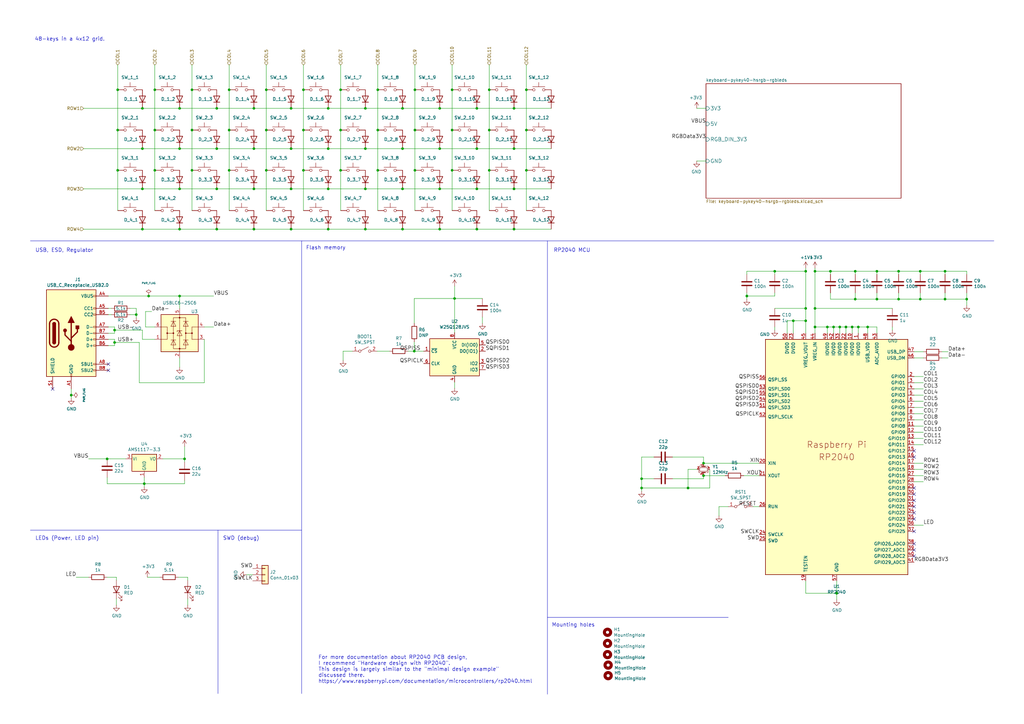
<source format=kicad_sch>
(kicad_sch (version 20250114) (generator "eeschema") (generator_version "9.0")
  (paper "A3")
  (title_block (title "PyKey40 RP2040") (date "2023-11-06") (rev "2023.1") (company "Richard Goulter"))
  (text "LEDs (Power, LED pin)" (at 14.478 221.742 0) (effects (font (size 1.524 1.524)) (justify left bottom)))
  (text "RP2040 MCU" (at 227.076 103.632 0) (effects (font (size 1.524 1.524)) (justify left bottom)))
  (text "Mounting holes" (at 226.314 257.302 0) (effects (font (size 1.524 1.524)) (justify left bottom)))
  (text "For more documentation about RP2040 PCB design,\nI recommend \"Hardware design with RP2040\".\nThis design is largely similar to the \"minimal design example\"\ndiscussed there.\nhttps://www.raspberrypi.com/documentation/microcontrollers/rp2040.html\n" (at 130.556 280.416 0) (effects (font (size 1.524 1.524)) (justify left bottom)))
  (text "USB, ESD, Regulator" (at 14.478 103.632 0) (effects (font (size 1.524 1.524)) (justify left bottom)))
  (text "Flash memory" (at 125.476 102.616 0) (effects (font (size 1.524 1.524)) (justify left bottom)))
  (text "SWD (debug)" (at 91.44 221.742 0) (effects (font (size 1.524 1.524)) (justify left bottom)))
  (text "48-keys in a 4x12 grid." (at 14.224 17.018 0) (effects (font (size 1.524 1.524)) (justify left bottom)))
  (junction (at 210.82 60.96))
  (junction (at 119.38 93.98))
  (junction (at 139.7 36.83))
  (junction (at 73.66 60.96))
  (junction (at 169.926 144.018))
  (junction (at 93.98 69.85))
  (junction (at 154.94 36.83))
  (junction (at 325.374 131.572))
  (junction (at 387.604 111.252))
  (junction (at 58.42 93.98))
  (junction (at 165.1 44.45))
  (junction (at 355.854 134.112))
  (junction (at 200.66 69.85))
  (junction (at 48.26 36.83))
  (junction (at 288.544 195.072))
  (junction (at 330.454 126.492))
  (junction (at 343.154 243.332))
  (junction (at 104.14 44.45))
  (junction (at 346.964 134.112))
  (junction (at 334.264 126.492))
  (junction (at 170.18 69.85))
  (junction (at 349.504 134.112))
  (junction (at 215.9 69.85))
  (junction (at 350.774 111.252))
  (junction (at 180.34 44.45))
  (junction (at 170.18 36.83))
  (junction (at 43.942 188.214))
  (junction (at 154.94 69.85))
  (junction (at 185.42 69.85))
  (junction (at 109.22 53.34))
  (junction (at 180.34 93.98))
  (junction (at 317.754 111.252))
  (junction (at 58.42 60.96))
  (junction (at 359.664 111.252))
  (junction (at 78.74 36.83))
  (junction (at 93.98 36.83))
  (junction (at 59.182 198.374))
  (junction (at 149.86 44.45))
  (junction (at 58.42 44.45))
  (junction (at 124.46 53.34))
  (junction (at 195.58 60.96))
  (junction (at 154.94 53.34))
  (junction (at 88.9 93.98))
  (junction (at 134.62 60.96))
  (junction (at 334.264 134.112))
  (junction (at 88.9 44.45))
  (junction (at 165.1 60.96))
  (junction (at 58.42 77.47))
  (junction (at 48.26 69.85))
  (junction (at 195.58 44.45))
  (junction (at 104.14 77.47))
  (junction (at 263.144 200.152))
  (junction (at 75.692 188.214))
  (junction (at 288.544 189.992))
  (junction (at 165.1 93.98))
  (junction (at 185.42 53.34))
  (junction (at 282.194 200.152))
  (junction (at 73.66 77.47))
  (junction (at 263.144 196.342))
  (junction (at 104.14 93.98))
  (junction (at 330.454 111.252))
  (junction (at 119.38 77.47))
  (junction (at 149.86 60.96))
  (junction (at 93.98 53.34))
  (junction (at 124.46 36.83))
  (junction (at 165.1 77.47))
  (junction (at 88.9 77.47))
  (junction (at 63.5 53.34))
  (junction (at 134.62 44.45))
  (junction (at 149.86 93.98))
  (junction (at 134.62 77.47))
  (junction (at 124.46 69.85))
  (junction (at 341.884 134.112))
  (junction (at 344.424 134.112))
  (junction (at 359.664 122.682))
  (junction (at 186.436 122.428))
  (junction (at 210.82 44.45))
  (junction (at 109.22 36.83))
  (junction (at 377.444 122.682))
  (junction (at 60.96 121.412))
  (junction (at 134.62 93.98))
  (junction (at 396.494 122.682))
  (junction (at 377.444 111.252))
  (junction (at 185.42 36.83))
  (junction (at 63.5 36.83))
  (junction (at 139.7 69.85))
  (junction (at 73.66 93.98))
  (junction (at 195.58 77.47))
  (junction (at 350.774 122.682))
  (junction (at 78.74 53.34))
  (junction (at 88.9 60.96))
  (junction (at 200.66 36.83))
  (junction (at 46.99 140.462))
  (junction (at 180.34 60.96))
  (junction (at 368.554 122.682))
  (junction (at 109.22 69.85))
  (junction (at 48.26 53.34))
  (junction (at 210.82 77.47))
  (junction (at 210.82 93.98))
  (junction (at 63.5 69.85))
  (junction (at 215.9 53.34))
  (junction (at 119.38 60.96))
  (junction (at 73.66 44.45))
  (junction (at 340.614 111.252))
  (junction (at 119.38 44.45))
  (junction (at 104.14 60.96))
  (junction (at 170.18 53.34))
  (junction (at 73.66 121.412))
  (junction (at 352.044 134.112))
  (junction (at 387.604 122.682))
  (junction (at 368.554 111.252))
  (junction (at 339.344 134.112))
  (junction (at 215.9 36.83))
  (junction (at 78.74 69.85))
  (junction (at 200.66 53.34))
  (junction (at 139.7 53.34))
  (junction (at 306.324 121.412))
  (junction (at 29.21 162.052))
  (junction (at 149.86 77.47))
  (junction (at 195.58 93.98))
  (junction (at 334.264 111.252))
  (junction (at 330.454 131.572))
  (junction (at 46.99 135.382))
  (junction (at 55.88 129.032))
  (junction (at 180.34 77.47))
  (no_connect (at 374.904 184.912))
  (no_connect (at 44.45 151.892))
  (no_connect (at 44.45 149.352))
  (no_connect (at 374.904 223.012))
  (no_connect (at 374.904 228.092))
  (no_connect (at 374.904 202.692))
  (no_connect (at 374.904 205.232))
  (no_connect (at 374.904 187.452))
  (no_connect (at 374.904 207.772))
  (no_connect (at 374.904 210.312))
  (no_connect (at 374.904 212.852))
  (no_connect (at 374.904 225.552))
  (no_connect (at 374.904 200.152))
  (no_connect (at 21.59 159.512))
  (no_connect (at 374.904 217.932))
  (wire (pts (xy 352.044 134.112) (xy 349.504 134.112)))
  (wire (pts (xy 83.82 134.112) (xy 87.63 134.112)))
  (wire (pts (xy 378.714 177.292) (xy 374.904 177.292)))
  (wire (pts (xy 75.692 188.214) (xy 75.692 189.484)))
  (wire (pts (xy 73.66 146.812) (xy 73.66 150.622)))
  (wire (pts (xy 286.004 192.532) (xy 282.194 192.532)))
  (wire (pts (xy 387.604 111.252) (xy 377.444 111.252)))
  (wire (pts (xy 48.26 26.67) (xy 48.26 36.83)))
  (wire (pts (xy 378.714 197.612) (xy 374.904 197.612)))
  (wire (pts (xy 195.58 77.47) (xy 210.82 77.47)))
  (wire (pts (xy 124.46 53.34) (xy 124.46 69.85)))
  (wire (pts (xy 343.154 243.332) (xy 343.154 245.872)))
  (wire (pts (xy 322.834 136.652) (xy 322.834 131.572)))
  (wire (pts (xy 200.66 26.67) (xy 200.66 36.83)))
  (wire (pts (xy 263.144 196.342) (xy 263.144 200.152)))
  (wire (pts (xy 104.14 77.47) (xy 119.38 77.47)))
  (wire (pts (xy 124.46 26.67) (xy 124.46 36.83)))
  (wire (pts (xy 285.75 44.45) (xy 289.56 44.45)))
  (wire (pts (xy 340.614 120.142) (xy 340.614 122.682)))
  (wire (pts (xy 93.98 69.85) (xy 93.98 86.36)))
  (wire (pts (xy 45.72 129.032) (xy 44.45 129.032)))
  (wire (pts (xy 55.88 129.032) (xy 55.88 130.302)))
  (wire (pts (xy 366.014 134.112) (xy 366.014 135.382)))
  (wire (pts (xy 119.38 60.96) (xy 104.14 60.96)))
  (wire (pts (xy 378.714 146.812) (xy 374.904 146.812)))
  (wire (pts (xy 263.144 187.452) (xy 263.144 196.342)))
  (wire (pts (xy 46.99 139.192) (xy 46.99 140.462)))
  (wire (pts (xy 215.9 26.67) (xy 215.9 36.83)))
  (wire (pts (xy 73.66 93.98) (xy 58.42 93.98)))
  (wire (pts (xy 339.344 136.652) (xy 339.344 134.112)))
  (wire (pts (xy 134.62 60.96) (xy 149.86 60.96)))
  (wire (pts (xy 374.904 162.052) (xy 378.714 162.052)))
  (wire (pts (xy 377.444 120.142) (xy 377.444 122.682)))
  (wire (pts (xy 210.82 93.98) (xy 195.58 93.98)))
  (wire (pts (xy 63.5 134.112) (xy 59.69 134.112)))
  (wire (pts (xy 119.38 77.47) (xy 134.62 77.47)))
  (wire (pts (xy 154.686 144.018) (xy 159.766 144.018)))
  (wire (pts (xy 377.444 111.252) (xy 368.554 111.252)))
  (wire (pts (xy 341.884 136.652) (xy 341.884 134.112)))
  (wire (pts (xy 197.866 132.588) (xy 197.866 130.048)))
  (wire (pts (xy 386.334 144.272) (xy 388.874 144.272)))
  (wire (pts (xy 109.22 36.83) (xy 109.22 53.34)))
  (wire (pts (xy 53.34 129.032) (xy 55.88 129.032)))
  (wire (pts (xy 197.866 122.428) (xy 186.436 122.428)))
  (wire (pts (xy 134.62 77.47) (xy 149.86 77.47)))
  (wire (pts (xy 93.98 53.34) (xy 93.98 69.85)))
  (wire (pts (xy 195.58 77.47) (xy 180.34 77.47)))
  (wire (pts (xy 186.436 122.428) (xy 186.436 136.398)))
  (wire (pts (xy 330.454 126.492) (xy 317.754 126.492)))
  (wire (pts (xy 43.942 198.374) (xy 59.182 198.374)))
  (wire (pts (xy 334.264 136.652) (xy 334.264 134.112)))
  (wire (pts (xy 83.82 139.192) (xy 83.82 156.972)))
  (wire (pts (xy 396.494 111.252) (xy 387.604 111.252)))
  (wire (pts (xy 396.494 112.522) (xy 396.494 111.252)))
  (polyline (pts (xy 12.446 217.424) (xy 123.698 217.424)))
  (wire (pts (xy 180.34 44.45) (xy 195.58 44.45)))
  (wire (pts (xy 334.264 111.252) (xy 334.264 109.982)))
  (wire (pts (xy 57.15 156.972) (xy 83.82 156.972)))
  (wire (pts (xy 349.504 134.112) (xy 346.964 134.112)))
  (polyline (pts (xy 89.408 217.424) (xy 89.408 284.48)))
  (wire (pts (xy 294.894 207.772) (xy 294.894 211.582)))
  (wire (pts (xy 46.99 140.462) (xy 46.99 141.732)))
  (wire (pts (xy 378.714 192.532) (xy 374.904 192.532)))
  (wire (pts (xy 73.152 236.728) (xy 76.962 236.728)))
  (wire (pts (xy 330.454 111.252) (xy 330.454 109.982)))
  (wire (pts (xy 268.224 196.342) (xy 263.144 196.342)))
  (wire (pts (xy 350.774 122.682) (xy 359.664 122.682)))
  (wire (pts (xy 298.704 207.772) (xy 294.894 207.772)))
  (wire (pts (xy 288.544 195.072) (xy 288.544 196.342)))
  (wire (pts (xy 282.194 192.532) (xy 282.194 200.152)))
  (wire (pts (xy 139.7 26.67) (xy 139.7 36.83)))
  (wire (pts (xy 154.94 53.34) (xy 154.94 69.85)))
  (wire (pts (xy 378.714 189.992) (xy 374.904 189.992)))
  (wire (pts (xy 88.9 77.47) (xy 104.14 77.47)))
  (wire (pts (xy 78.74 26.67) (xy 78.74 36.83)))
  (wire (pts (xy 226.06 93.98) (xy 210.82 93.98)))
  (wire (pts (xy 75.692 183.134) (xy 75.692 188.214)))
  (wire (pts (xy 317.754 120.142) (xy 317.754 121.412)))
  (wire (pts (xy 59.69 127.762) (xy 62.23 127.762)))
  (wire (pts (xy 154.94 36.83) (xy 154.94 53.34)))
  (wire (pts (xy 134.62 44.45) (xy 149.86 44.45)))
  (wire (pts (xy 368.554 120.142) (xy 368.554 122.682)))
  (wire (pts (xy 124.46 69.85) (xy 124.46 86.36)))
  (wire (pts (xy 352.044 136.652) (xy 352.044 134.112)))
  (wire (pts (xy 180.34 60.96) (xy 195.58 60.96)))
  (wire (pts (xy 185.42 53.34) (xy 185.42 69.85)))
  (wire (pts (xy 73.66 60.96) (xy 88.9 60.96)))
  (wire (pts (xy 346.964 134.112) (xy 344.424 134.112)))
  (wire (pts (xy 350.774 112.522) (xy 350.774 111.252)))
  (wire (pts (xy 154.94 26.67) (xy 154.94 36.83)))
  (wire (pts (xy 200.66 36.83) (xy 200.66 53.34)))
  (wire (pts (xy 73.66 44.45) (xy 88.9 44.45)))
  (wire (pts (xy 344.424 134.112) (xy 341.884 134.112)))
  (wire (pts (xy 185.42 69.85) (xy 185.42 86.36)))
  (wire (pts (xy 346.964 136.652) (xy 346.964 134.112)))
  (wire (pts (xy 306.324 122.682) (xy 306.324 121.412)))
  (wire (pts (xy 374.904 172.212) (xy 378.714 172.212)))
  (wire (pts (xy 195.58 93.98) (xy 180.34 93.98)))
  (wire (pts (xy 340.614 122.682) (xy 350.774 122.682)))
  (wire (pts (xy 63.5 53.34) (xy 63.5 69.85)))
  (wire (pts (xy 359.664 134.112) (xy 355.854 134.112)))
  (wire (pts (xy 359.664 120.142) (xy 359.664 122.682)))
  (wire (pts (xy 63.5 69.85) (xy 63.5 86.36)))
  (wire (pts (xy 388.874 146.812) (xy 386.334 146.812)))
  (wire (pts (xy 139.7 53.34) (xy 139.7 69.85)))
  (wire (pts (xy 325.374 131.572) (xy 330.454 131.572)))
  (wire (pts (xy 48.26 36.83) (xy 48.26 53.34)))
  (wire (pts (xy 291.084 200.152) (xy 282.194 200.152)))
  (wire (pts (xy 387.604 112.522) (xy 387.604 111.252)))
  (wire (pts (xy 109.22 69.85) (xy 109.22 86.36)))
  (wire (pts (xy 210.82 44.45) (xy 226.06 44.45)))
  (wire (pts (xy 93.98 26.67) (xy 93.98 36.83)))
  (wire (pts (xy 186.436 159.258) (xy 186.436 156.718)))
  (wire (pts (xy 119.38 93.98) (xy 104.14 93.98)))
  (wire (pts (xy 195.58 44.45) (xy 210.82 44.45)))
  (wire (pts (xy 366.014 126.492) (xy 334.264 126.492)))
  (wire (pts (xy 282.194 200.152) (xy 263.144 200.152)))
  (wire (pts (xy 170.18 69.85) (xy 170.18 86.36)))
  (wire (pts (xy 48.26 69.85) (xy 48.26 86.36)))
  (wire (pts (xy 185.42 26.67) (xy 185.42 36.83)))
  (wire (pts (xy 57.15 140.462) (xy 57.15 156.972)))
  (wire (pts (xy 88.9 93.98) (xy 73.66 93.98)))
  (wire (pts (xy 340.614 112.522) (xy 340.614 111.252)))
  (wire (pts (xy 317.754 111.252) (xy 306.324 111.252)))
  (wire (pts (xy 200.66 69.85) (xy 200.66 86.36)))
  (wire (pts (xy 78.74 53.34) (xy 78.74 69.85)))
  (wire (pts (xy 29.21 162.052) (xy 29.21 163.322)))
  (wire (pts (xy 374.904 159.512) (xy 378.714 159.512)))
  (wire (pts (xy 104.14 44.45) (xy 119.38 44.45)))
  (wire (pts (xy 374.904 169.672) (xy 378.714 169.672)))
  (wire (pts (xy 48.26 53.34) (xy 48.26 69.85)))
  (wire (pts (xy 58.42 44.45) (xy 34.29 44.45)))
  (wire (pts (xy 396.494 122.682) (xy 396.494 125.222)))
  (wire (pts (xy 134.62 93.98) (xy 119.38 93.98)))
  (wire (pts (xy 60.452 236.728) (xy 65.532 236.728)))
  (wire (pts (xy 66.802 188.214) (xy 75.692 188.214)))
  (wire (pts (xy 341.884 134.112) (xy 339.344 134.112)))
  (wire (pts (xy 377.444 112.522) (xy 377.444 111.252)))
  (wire (pts (xy 200.66 53.34) (xy 200.66 69.85)))
  (wire (pts (xy 149.86 44.45) (xy 165.1 44.45)))
  (wire (pts (xy 73.66 121.412) (xy 73.66 126.492)))
  (wire (pts (xy 169.926 140.208) (xy 169.926 144.018)))
  (wire (pts (xy 374.904 156.972) (xy 378.714 156.972)))
  (wire (pts (xy 58.42 60.96) (xy 73.66 60.96)))
  (wire (pts (xy 53.34 126.492) (xy 55.88 126.492)))
  (wire (pts (xy 149.86 93.98) (xy 165.1 93.98)))
  (wire (pts (xy 263.144 200.152) (xy 263.144 201.422)))
  (wire (pts (xy 58.42 139.192) (xy 58.42 135.382)))
  (wire (pts (xy 109.22 26.67) (xy 109.22 36.83)))
  (wire (pts (xy 46.99 136.652) (xy 44.45 136.652)))
  (wire (pts (xy 169.926 144.018) (xy 167.386 144.018)))
  (wire (pts (xy 31.242 236.728) (xy 36.322 236.728)))
  (wire (pts (xy 140.716 144.018) (xy 140.716 147.828)))
  (wire (pts (xy 47.752 245.618) (xy 47.752 248.158)))
  (wire (pts (xy 374.904 182.372) (xy 378.714 182.372)))
  (wire (pts (xy 330.454 243.332) (xy 343.154 243.332)))
  (wire (pts (xy 165.1 77.47) (xy 180.34 77.47)))
  (polyline (pts (xy 123.698 98.806) (xy 123.698 284.48)))
  (wire (pts (xy 334.264 134.112) (xy 334.264 126.492)))
  (wire (pts (xy 46.99 140.462) (xy 57.15 140.462)))
  (wire (pts (xy 297.434 195.072) (xy 288.544 195.072)))
  (wire (pts (xy 339.344 134.112) (xy 334.264 134.112)))
  (wire (pts (xy 59.69 134.112) (xy 59.69 127.762)))
  (wire (pts (xy 359.664 112.522) (xy 359.664 111.252)))
  (wire (pts (xy 291.084 192.532) (xy 291.084 200.152)))
  (wire (pts (xy 170.18 53.34) (xy 170.18 69.85)))
  (wire (pts (xy 58.42 60.96) (xy 34.29 60.96)))
  (wire (pts (xy 139.7 69.85) (xy 139.7 86.36)))
  (wire (pts (xy 374.904 164.592) (xy 378.714 164.592)))
  (wire (pts (xy 78.74 36.83) (xy 78.74 53.34)))
  (wire (pts (xy 44.45 139.192) (xy 46.99 139.192)))
  (wire (pts (xy 215.9 69.85) (xy 215.9 86.36)))
  (wire (pts (xy 134.62 93.98) (xy 149.86 93.98)))
  (wire (pts (xy 330.454 126.492) (xy 330.454 111.252)))
  (wire (pts (xy 377.444 122.682) (xy 387.604 122.682)))
  (wire (pts (xy 374.904 195.072) (xy 378.714 195.072)))
  (wire (pts (xy 308.864 207.772) (xy 311.404 207.772)))
  (wire (pts (xy 306.324 111.252) (xy 306.324 112.522)))
  (wire (pts (xy 59.182 195.834) (xy 59.182 198.374)))
  (wire (pts (xy 104.14 93.98) (xy 88.9 93.98)))
  (wire (pts (xy 374.904 174.752) (xy 378.714 174.752)))
  (wire (pts (xy 43.942 236.728) (xy 47.752 236.728)))
  (wire (pts (xy 170.18 26.67) (xy 170.18 36.83)))
  (wire (pts (xy 349.504 136.652) (xy 349.504 134.112)))
  (wire (pts (xy 43.942 188.214) (xy 51.562 188.214)))
  (wire (pts (xy 63.5 36.83) (xy 63.5 53.34)))
  (wire (pts (xy 311.404 189.992) (xy 288.544 189.992)))
  (wire (pts (xy 374.904 154.432) (xy 378.714 154.432)))
  (wire (pts (xy 186.436 117.348) (xy 186.436 122.428)))
  (wire (pts (xy 170.18 36.83) (xy 170.18 53.34)))
  (wire (pts (xy 55.88 126.492) (xy 55.88 129.032)))
  (wire (pts (xy 73.66 121.412) (xy 87.63 121.412)))
  (wire (pts (xy 330.454 111.252) (xy 317.754 111.252)))
  (wire (pts (xy 119.38 60.96) (xy 134.62 60.96)))
  (wire (pts (xy 47.752 236.728) (xy 47.752 237.998)))
  (wire (pts (xy 317.754 112.522) (xy 317.754 111.252)))
  (wire (pts (xy 322.834 131.572) (xy 325.374 131.572)))
  (wire (pts (xy 374.904 179.832) (xy 378.714 179.832)))
  (wire (pts (xy 44.45 121.412) (xy 60.96 121.412)))
  (wire (pts (xy 63.5 139.192) (xy 58.42 139.192)))
  (wire (pts (xy 149.86 77.47) (xy 165.1 77.47)))
  (wire (pts (xy 359.664 122.682) (xy 368.554 122.682)))
  (wire (pts (xy 185.42 36.83) (xy 185.42 53.34)))
  (wire (pts (xy 285.75 66.04) (xy 289.56 66.04)))
  (wire (pts (xy 330.454 131.572) (xy 330.454 126.492)))
  (wire (pts (xy 350.774 120.142) (xy 350.774 122.682)))
  (wire (pts (xy 330.454 238.252) (xy 330.454 243.332)))
  (wire (pts (xy 288.544 196.342) (xy 275.844 196.342)))
  (wire (pts (xy 144.526 144.018) (xy 140.716 144.018)))
  (wire (pts (xy 355.854 134.112) (xy 352.044 134.112)))
  (wire (pts (xy 60.96 121.412) (xy 73.66 121.412)))
  (wire (pts (xy 374.904 144.272) (xy 378.714 144.272)))
  (wire (pts (xy 29.21 159.512) (xy 29.21 162.052)))
  (wire (pts (xy 195.58 60.96) (xy 210.82 60.96)))
  (wire (pts (xy 374.904 215.392) (xy 378.714 215.392)))
  (wire (pts (xy 173.736 144.018) (xy 169.926 144.018)))
  (wire (pts (xy 340.614 111.252) (xy 334.264 111.252)))
  (wire (pts (xy 355.854 136.652) (xy 355.854 134.112)))
  (wire (pts (xy 36.322 188.214) (xy 43.942 188.214)))
  (wire (pts (xy 350.774 111.252) (xy 340.614 111.252)))
  (wire (pts (xy 165.1 60.96) (xy 180.34 60.96)))
  (wire (pts (xy 288.544 187.452) (xy 275.844 187.452)))
  (wire (pts (xy 58.42 93.98) (xy 34.29 93.98)))
  (wire (pts (xy 73.66 77.47) (xy 88.9 77.47)))
  (wire (pts (xy 101.092 235.712) (xy 103.632 235.712)))
  (wire (pts (xy 343.154 238.252) (xy 343.154 243.332)))
  (wire (pts (xy 288.544 189.992) (xy 288.544 187.452)))
  (wire (pts (xy 215.9 36.83) (xy 215.9 53.34)))
  (wire (pts (xy 165.1 44.45) (xy 180.34 44.45)))
  (wire (pts (xy 396.494 120.142) (xy 396.494 122.682)))
  (wire (pts (xy 169.926 122.428) (xy 169.926 132.588)))
  (wire (pts (xy 46.99 141.732) (xy 44.45 141.732)))
  (wire (pts (xy 344.424 136.652) (xy 344.424 134.112)))
  (wire (pts (xy 109.22 53.34) (xy 109.22 69.85)))
  (wire (pts (xy 387.604 122.682) (xy 396.494 122.682)))
  (wire (pts (xy 268.224 187.452) (xy 263.144 187.452)))
  (wire (pts (xy 368.554 122.682) (xy 377.444 122.682)))
  (wire (pts (xy 139.7 36.83) (xy 139.7 53.34)))
  (wire (pts (xy 75.692 197.104) (xy 75.692 198.374)))
  (wire (pts (xy 75.692 198.374) (xy 59.182 198.374)))
  (wire (pts (xy 210.82 60.96) (xy 226.06 60.96)))
  (wire (pts (xy 180.34 93.98) (xy 165.1 93.98)))
  (wire (pts (xy 186.436 122.428) (xy 169.926 122.428)))
  (polyline (pts (xy 224.536 98.806) (xy 224.536 284.734)))
  (wire (pts (xy 78.74 69.85) (xy 78.74 86.36)))
  (wire (pts (xy 58.42 44.45) (xy 73.66 44.45)))
  (wire (pts (xy 88.9 44.45) (xy 104.14 44.45)))
  (wire (pts (xy 46.99 134.112) (xy 46.99 135.382)))
  (wire (pts (xy 215.9 53.34) (xy 215.9 69.85)))
  (wire (pts (xy 93.98 36.83) (xy 93.98 53.34)))
  (wire (pts (xy 44.45 134.112) (xy 46.99 134.112)))
  (wire (pts (xy 317.754 121.412) (xy 306.324 121.412)))
  (wire (pts (xy 58.42 77.47) (xy 73.66 77.47)))
  (wire (pts (xy 359.664 136.652) (xy 359.664 134.112)))
  (wire (pts (xy 88.9 60.96) (xy 104.14 60.96)))
  (wire (pts (xy 325.374 136.652) (xy 325.374 131.572)))
  (wire (pts (xy 58.42 135.382) (xy 46.99 135.382)))
  (wire (pts (xy 59.182 198.374) (xy 59.182 199.644)))
  (wire (pts (xy 76.962 236.728) (xy 76.962 237.998)))
  (wire (pts (xy 58.42 77.47) (xy 34.29 77.47)))
  (wire (pts (xy 44.45 126.492) (xy 45.72 126.492)))
  (wire (pts (xy 226.06 77.47) (xy 210.82 77.47)))
  (wire (pts (xy 359.664 111.252) (xy 350.774 111.252)))
  (wire (pts (xy 311.404 195.072) (xy 305.054 195.072)))
  (wire (pts (xy 334.264 126.492) (xy 334.264 111.252)))
  (wire (pts (xy 387.604 120.142) (xy 387.604 122.682)))
  (wire (pts (xy 76.962 245.618) (xy 76.962 248.158)))
  (wire (pts (xy 317.754 134.112) (xy 317.754 135.382)))
  (wire (pts (xy 134.62 44.45) (xy 119.38 44.45)))
  (wire (pts (xy 43.942 195.834) (xy 43.942 198.374)))
  (wire (pts (xy 306.324 121.412) (xy 306.324 120.142)))
  (polyline (pts (xy 224.536 253.238) (xy 298.704 253.238)))
  (wire (pts (xy 63.5 26.67) (xy 63.5 36.83)))
  (wire (pts (xy 46.99 135.382) (xy 46.99 136.652)))
  (wire (pts (xy 149.86 60.96) (xy 165.1 60.96)))
  (wire (pts (xy 154.94 69.85) (xy 154.94 86.36)))
  (wire (pts (xy 330.454 136.652) (xy 330.454 131.572)))
  (wire (pts (xy 368.554 112.522) (xy 368.554 111.252)))
  (wire (pts (xy 368.554 111.252) (xy 359.664 111.252)))
  (polyline (pts (xy 12.446 98.806) (xy 407.67 98.806)))
  (wire (pts (xy 124.46 36.83) (xy 124.46 53.34)))
  (wire (pts (xy 374.904 167.132) (xy 378.714 167.132)))
  (label "USB+" (at 48.26 140.462 0) (effects (font (size 1.524 1.524))))
  (label "COL3" (at 378.714 159.512 0) (effects (font (size 1.524 1.524))))
  (label "COL10" (at 378.714 177.292 0) (effects (font (size 1.524 1.524))))
  (label "Data+" (at 388.874 144.272 0) (effects (font (size 1.524 1.524))))
  (label "COL7" (at 378.714 169.672 0) (effects (font (size 1.524 1.524))))
  (label "VBUS" (at 289.56 50.8 180) (effects (font (size 1.524 1.524))))
  (label "COL1" (at 378.714 154.432 0) (effects (font (size 1.524 1.524))))
  (label "RESET" (at 310.134 207.772 180) (effects (font (size 1.524 1.524))))
  (label "ROW1" (at 378.714 189.992 0) (effects (font (size 1.524 1.524))))
  (label "XOUT" (at 306.324 195.072 0) (effects (font (size 1.524 1.524))))
  (label "SWCLK" (at 311.404 219.202 180) (effects (font (size 1.524 1.524))))
  (label "Data-" (at 62.23 127.762 0) (effects (font (size 1.524 1.524))))
  (label "QSPISD3" (at 311.404 167.132 180) (effects (font (size 1.524 1.524))))
  (label "USB-" (at 48.26 135.382 0) (effects (font (size 1.524 1.524))))
  (label "QSPISS" (at 311.404 155.702 180) (effects (font (size 1.524 1.524))))
  (label "ROW3" (at 378.714 195.072 0) (effects (font (size 1.524 1.524))))
  (label "QSPICLK" (at 173.736 149.098 180) (effects (font (size 1.524 1.524))))
  (label "COL9" (at 378.714 174.752 0) (effects (font (size 1.524 1.524))))
  (label "RGBData3V3" (at 289.56 57.15 180) (effects (font (size 1.524 1.524))))
  (label "SWCLK" (at 103.632 238.252 180) (effects (font (size 1.524 1.524))))
  (label "VBUS" (at 87.63 121.412 0) (effects (font (size 1.524 1.524))))
  (label "COL8" (at 378.714 172.212 0) (effects (font (size 1.524 1.524))))
  (label "LED" (at 378.714 215.392 0) (effects (font (size 1.524 1.524))))
  (label "QSPISS" (at 172.466 144.018 180) (effects (font (size 1.524 1.524))))
  (label "QSPICLK" (at 311.404 170.942 180) (effects (font (size 1.524 1.524))))
  (label "ROW4" (at 378.714 197.612 0) (effects (font (size 1.524 1.524))))
  (label "COL12" (at 378.714 182.372 0) (effects (font (size 1.524 1.524))))
  (label "Data-" (at 388.874 146.812 0) (effects (font (size 1.524 1.524))))
  (label "COL5" (at 378.714 164.592 0) (effects (font (size 1.524 1.524))))
  (label "SWD" (at 103.632 233.172 180) (effects (font (size 1.524 1.524))))
  (label "QSPISD0" (at 311.404 159.512 180) (effects (font (size 1.524 1.524))))
  (label "RGBData3V3" (at 374.904 230.632 0) (effects (font (size 1.524 1.524))))
  (label "SQPISD1" (at 311.404 162.052 180) (effects (font (size 1.524 1.524))))
  (label "QSPISD0" (at 199.136 141.478 0) (effects (font (size 1.524 1.524))))
  (label "COL4" (at 378.714 162.052 0) (effects (font (size 1.524 1.524))))
  (label "QSPISD2" (at 311.404 164.592 180) (effects (font (size 1.524 1.524))))
  (label "COL6" (at 378.714 167.132 0) (effects (font (size 1.524 1.524))))
  (label "QSPISD2" (at 199.136 149.098 0) (effects (font (size 1.524 1.524))))
  (label "SQPISD1" (at 199.136 144.018 0) (effects (font (size 1.524 1.524))))
  (label "VBUS" (at 36.322 188.214 180) (effects (font (size 1.524 1.524))))
  (label "COL11" (at 378.714 179.832 0) (effects (font (size 1.524 1.524))))
  (label "LED" (at 31.242 236.728 180) (effects (font (size 1.524 1.524))))
  (label "ROW2" (at 378.714 192.532 0) (effects (font (size 1.524 1.524))))
  (label "XIN" (at 307.594 189.992 0) (effects (font (size 1.524 1.524))))
  (label "Data+" (at 87.63 134.112 0) (effects (font (size 1.524 1.524))))
  (label "COL2" (at 378.714 156.972 0) (effects (font (size 1.524 1.524))))
  (label "SWD" (at 311.404 221.742 180) (effects (font (size 1.524 1.524))))
  (label "QSPISD3" (at 199.136 151.638 0) (effects (font (size 1.524 1.524))))
  (hierarchical_label "COL6" (shape input) (at 124.46 26.67 90))
  (hierarchical_label "COL5" (shape input) (at 109.22 26.67 90))
  (hierarchical_label "COL1" (shape input) (at 48.26 26.67 90))
  (hierarchical_label "COL2" (shape input) (at 63.5 26.67 90))
  (hierarchical_label "COL9" (shape input) (at 170.18 26.67 90))
  (hierarchical_label "COL7" (shape input) (at 139.7 26.67 90))
  (hierarchical_label "ROW1" (shape input) (at 34.29 44.45 180))
  (hierarchical_label "COL12" (shape input) (at 215.9 26.67 90))
  (hierarchical_label "ROW3" (shape input) (at 34.29 77.47 180))
  (hierarchical_label "COL8" (shape input) (at 154.94 26.67 90))
  (hierarchical_label "COL4" (shape input) (at 93.98 26.67 90))
  (hierarchical_label "ROW2" (shape input) (at 34.29 60.96 180))
  (hierarchical_label "ROW4" (shape input) (at 34.29 93.98 180))
  (hierarchical_label "COL10" (shape input) (at 185.42 26.67 90))
  (hierarchical_label "COL11" (shape input) (at 200.66 26.67 90))
  (hierarchical_label "COL3" (shape input) (at 78.74 26.67 90))
  (symbol (lib_id "Connector:USB_C_Receptacle_USB2.0") (at 29.21 136.652 0) (unit 1)
    (property "Reference" "J1" (at 31.9278 114.6302 0))
    (property "Value" "USB_C_Receptacle_USB2.0" (at 31.9278 116.9416 0))
    (property "Footprint" "Connector_USB:USB_C_Receptacle_HRO_TYPE-C-31-M-12" (effects (hide yes)))
    (property "Datasheet" "https://www.usb.org/sites/default/files/documents/usb_type-c.zip" (effects (hide yes)))
  )
  (symbol (lib_id "power:GND") (at 29.21 163.322 0) (unit 1)
    (property "Reference" "#PWR03" (effects (hide yes)))
    (property "Value" "GND" (at 29.337 167.7162 0))
  )
  (symbol (lib_id "MCU_RaspberryPi_RP2040:RP2040") (at 343.154 187.452 0) (unit 1)
    (property "Reference" "U1" (at 343.154 240.5126 0))
    (property "Value" "RP2040" (at 343.154 242.824 0))
    (property "Footprint" "RP2040_minimal:RP2040-QFN-56" (effects (hide yes)))
    (property "LCSC" "C2040" (effects (hide yes)))
  )
  (symbol (lib_id "Memory_Flash:W25Q128JVS") (at 186.436 146.558 0) (unit 1)
    (property "Reference" "U2" (at 186.436 131.8006 0))
    (property "Value" "W25Q128JVS" (at 186.436 134.112 0))
    (property "Footprint" "Package_SO:SOIC-8_5.23x5.23mm_P1.27mm" (effects (hide yes)))
    (property "Datasheet" "http://www.winbond.com/resource-files/w25q128jv_dtr%20revc%2003272018%20plus.pdf" (effects (hide yes)))
    (property "LCSC" "C97521" (effects (hide yes)))
  )
  (symbol (lib_id "Power_Protection:USBLC6-2SC6") (at 73.66 136.652 0) (unit 1)
    (property "Reference" "U3" (at 79.756 127.762 0))
    (property "Value" "USBLC6-2SC6" (at 73.66 124.206 0))
    (property "Footprint" "Package_TO_SOT_SMD:SOT-23-6" (effects (hide yes)))
    (property "Datasheet" "https://www.st.com/resource/en/datasheet/usblc6-2.pdf" (effects (hide yes)))
    (property "LCSC" "C558442" (effects (hide yes)))
  )
  (symbol (lib_id "power:GND") (at 73.66 150.622 0) (unit 1)
    (property "Reference" "#PWR02" (effects (hide yes)))
    (property "Value" "GND" (at 73.787 155.0162 0))
  )
  (symbol (lib_id "Device:R") (at 49.53 126.492 270) (unit 1)
    (property "Reference" "R1" (at 49.53 124.206 90))
    (property "Value" "5.1k" (at 49.53 126.492 90))
    (property "Footprint" "Resistor_SMD:R_0603_1608Metric" (effects (hide yes)))
    (property "LCSC" "C23186" (effects (hide yes)))
  )
  (symbol (lib_id "Device:R") (at 49.53 129.032 270) (unit 1)
    (property "Reference" "R2" (at 49.53 131.318 90))
    (property "Value" "5.1k" (at 49.53 129.032 90))
    (property "Footprint" "Resistor_SMD:R_0603_1608Metric" (effects (hide yes)))
    (property "LCSC" "C23186" (effects (hide yes)))
  )
  (symbol (lib_id "power:GND") (at 55.88 130.302 0) (unit 1)
    (property "Reference" "#PWR01" (effects (hide yes)))
    (property "Value" "GND" (at 56.007 134.6962 0))
  )
  (symbol (lib_id "Device:R") (at 163.576 144.018 270) (unit 1)
    (property "Reference" "R7" (at 163.576 138.7602 90))
    (property "Value" "1k" (at 163.576 141.0716 90))
    (property "Footprint" "Resistor_SMD:R_0603_1608Metric" (effects (hide yes)))
    (property "LCSC" "C21190" (effects (hide yes)))
  )
  (symbol (lib_id "Device:R") (at 169.926 136.398 180) (unit 1) (in_bom no)
    (property "Reference" "R6" (at 171.704 135.2296 0) (effects (justify right)))
    (property "Value" "DNP" (at 171.704 137.541 0) (effects (justify right)))
    (property "Footprint" "Resistor_SMD:R_0603_1608Metric" (effects (hide yes)))
  )
  (symbol (lib_id "Device:C") (at 197.866 126.238 0) (unit 1)
    (property "Reference" "C14" (at 200.787 125.0696 0) (effects (justify left)))
    (property "Value" "100n" (at 200.787 127.381 0) (effects (justify left)))
    (property "Footprint" "Capacitor_SMD:C_0603_1608Metric" (effects (hide yes)))
    (property "LCSC" "C14663" (effects (hide yes)))
  )
  (symbol (lib_id "power:GND") (at 186.436 159.258 0) (unit 1)
    (property "Reference" "#PWR0101" (effects (hide yes)))
    (property "Value" "GND" (at 186.563 163.6522 0))
  )
  (symbol (lib_id "power:GND") (at 140.716 147.828 0) (unit 1)
    (property "Reference" "#PWR0102" (effects (hide yes)))
    (property "Value" "GND" (at 140.843 152.2222 0))
  )
  (symbol (lib_id "power:GND") (at 197.866 132.588 0) (unit 1)
    (property "Reference" "#PWR0103" (effects (hide yes)))
    (property "Value" "GND" (at 197.993 136.9822 0))
  )
  (symbol (lib_id "power:GND") (at 343.154 245.872 0) (unit 1)
    (property "Reference" "#PWR0104" (effects (hide yes)))
    (property "Value" "GND" (at 343.281 250.2662 0))
  )
  (symbol (lib_id "Switch:SW_SPST") (at 303.784 207.772 0) (unit 1) (in_bom no)
    (property "Reference" "RST1" (at 303.784 201.803 0))
    (property "Value" "SW_SPST" (at 303.784 204.1144 0))
    (property "Footprint" "Connector_Wire:SolderWire-0.5sqmm_1x02_P4.6mm_D0.9mm_OD2.1mm" (effects (hide yes)))
  )
  (symbol (lib_id "power:GND") (at 294.894 211.582 0) (unit 1)
    (property "Reference" "#PWR0105" (effects (hide yes)))
    (property "Value" "GND" (at 295.021 215.9762 0))
  )
  (symbol (lib_id "Device:R") (at 382.524 144.272 270) (unit 1)
    (property "Reference" "R3" (at 382.524 139.0142 90))
    (property "Value" "22" (at 382.524 141.3256 90))
    (property "Footprint" "Resistor_SMD:R_0603_1608Metric" (effects (hide yes)))
    (property "LCSC" "C23345" (effects (hide yes)))
  )
  (symbol (lib_id "Device:R") (at 382.524 146.812 270) (unit 1)
    (property "Reference" "R4" (at 382.524 149.098 90))
    (property "Value" "22" (at 382.524 151.13 90))
    (property "Footprint" "Resistor_SMD:R_0603_1608Metric" (effects (hide yes)))
    (property "LCSC" "C23345" (effects (hide yes)))
  )
  (symbol (lib_id "power:+1V1") (at 330.454 109.982 0) (unit 1)
    (property "Reference" "#PWR0106" (effects (hide yes)))
    (property "Value" "+1V1" (at 330.835 105.5878 0))
  )
  (symbol (lib_id "power:+3V3") (at 334.264 109.982 0) (unit 1)
    (property "Reference" "#PWR0107" (effects (hide yes)))
    (property "Value" "+3V3" (at 334.645 105.5878 0))
  )
  (symbol (lib_id "power:+3V3") (at 186.436 117.348 0) (unit 1)
    (property "Reference" "#PWR0108" (effects (hide yes)))
    (property "Value" "+3V3" (at 186.817 112.9538 0))
  )
  (symbol (lib_id "Device:C") (at 340.614 116.332 0) (unit 1)
    (property "Reference" "C3" (at 343.535 115.1636 0) (effects (justify left)))
    (property "Value" "100n" (at 343.535 117.475 0) (effects (justify left)))
    (property "Footprint" "Capacitor_SMD:C_0603_1608Metric" (effects (hide yes)))
    (property "LCSC" "C14663" (effects (hide yes)))
  )
  (symbol (lib_id "Device:C") (at 350.774 116.332 0) (unit 1)
    (property "Reference" "C4" (at 353.695 115.1636 0) (effects (justify left)))
    (property "Value" "100n" (at 353.695 117.475 0) (effects (justify left)))
    (property "Footprint" "Capacitor_SMD:C_0603_1608Metric" (effects (hide yes)))
    (property "LCSC" "C14663" (effects (hide yes)))
  )
  (symbol (lib_id "Device:C") (at 359.664 116.332 0) (unit 1)
    (property "Reference" "C5" (at 362.585 115.1636 0) (effects (justify left)))
    (property "Value" "100n" (at 362.585 117.475 0) (effects (justify left)))
    (property "Footprint" "Capacitor_SMD:C_0603_1608Metric" (effects (hide yes)))
    (property "LCSC" "C14663" (effects (hide yes)))
  )
  (symbol (lib_id "Device:C") (at 368.554 116.332 0) (unit 1)
    (property "Reference" "C6" (at 371.475 115.1636 0) (effects (justify left)))
    (property "Value" "100n" (at 371.475 117.475 0) (effects (justify left)))
    (property "Footprint" "Capacitor_SMD:C_0603_1608Metric" (effects (hide yes)))
    (property "LCSC" "C14663" (effects (hide yes)))
  )
  (symbol (lib_id "Device:C") (at 377.444 116.332 0) (unit 1)
    (property "Reference" "C7" (at 380.365 115.1636 0) (effects (justify left)))
    (property "Value" "100n" (at 380.365 117.475 0) (effects (justify left)))
    (property "Footprint" "Capacitor_SMD:C_0603_1608Metric" (effects (hide yes)))
    (property "LCSC" "C14663" (effects (hide yes)))
  )
  (symbol (lib_id "Device:C") (at 387.604 116.332 0) (unit 1)
    (property "Reference" "C8" (at 390.525 115.1636 0) (effects (justify left)))
    (property "Value" "100n" (at 390.525 117.475 0) (effects (justify left)))
    (property "Footprint" "Capacitor_SMD:C_0603_1608Metric" (effects (hide yes)))
    (property "LCSC" "C14663" (effects (hide yes)))
  )
  (symbol (lib_id "Device:C") (at 396.494 116.332 0) (unit 1)
    (property "Reference" "C9" (at 399.415 115.1636 0) (effects (justify left)))
    (property "Value" "100n" (at 399.415 117.475 0) (effects (justify left)))
    (property "Footprint" "Capacitor_SMD:C_0603_1608Metric" (effects (hide yes)))
    (property "LCSC" "C14663" (effects (hide yes)))
  )
  (symbol (lib_id "Device:C") (at 317.754 116.332 0) (unit 1)
    (property "Reference" "C2" (at 320.675 115.1636 0) (effects (justify left)))
    (property "Value" "100n" (at 320.675 117.475 0) (effects (justify left)))
    (property "Footprint" "Capacitor_SMD:C_0603_1608Metric" (effects (hide yes)))
    (property "LCSC" "C14663" (effects (hide yes)))
  )
  (symbol (lib_id "Device:C") (at 306.324 116.332 0) (unit 1)
    (property "Reference" "C1" (at 309.245 115.1636 0) (effects (justify left)))
    (property "Value" "100n" (at 309.245 117.475 0) (effects (justify left)))
    (property "Footprint" "Capacitor_SMD:C_0603_1608Metric" (effects (hide yes)))
    (property "LCSC" "C14663" (effects (hide yes)))
  )
  (symbol (lib_id "Device:C") (at 317.754 130.302 0) (unit 1)
    (property "Reference" "C10" (at 320.675 129.1336 0) (effects (justify left)))
    (property "Value" "1u" (at 320.675 131.445 0) (effects (justify left)))
    (property "Footprint" "Capacitor_SMD:C_0603_1608Metric" (effects (hide yes)))
    (property "LCSC" "C15849" (effects (hide yes)))
  )
  (symbol (lib_id "Device:C") (at 366.014 130.302 0) (unit 1)
    (property "Reference" "C11" (at 368.935 129.1336 0) (effects (justify left)))
    (property "Value" "1u" (at 368.935 131.445 0) (effects (justify left)))
    (property "Footprint" "Capacitor_SMD:C_0603_1608Metric" (effects (hide yes)))
    (property "LCSC" "C15849" (effects (hide yes)))
  )
  (symbol (lib_id "power:GND") (at 306.324 122.682 0) (unit 1)
    (property "Reference" "#PWR0109" (effects (hide yes)))
    (property "Value" "GND" (at 306.451 127.0762 0))
  )
  (symbol (lib_id "power:GND") (at 317.754 135.382 0) (unit 1)
    (property "Reference" "#PWR0110" (effects (hide yes)))
    (property "Value" "GND" (at 313.69 137.16 0))
  )
  (symbol (lib_id "power:GND") (at 366.014 135.382 0) (unit 1)
    (property "Reference" "#PWR0111" (effects (hide yes)))
    (property "Value" "GND" (at 366.141 139.7762 0))
  )
  (symbol (lib_id "power:GND") (at 396.494 125.222 0) (unit 1)
    (property "Reference" "#PWR0112" (effects (hide yes)))
    (property "Value" "GND" (at 396.621 129.6162 0))
  )
  (symbol (lib_id "Device:Crystal_GND24_Small") (at 288.544 192.532 270) (unit 1)
    (property "Reference" "Y1" (at 292.2016 191.3636 90) (effects (justify left)))
    (property "Value" "12MHz" (at 292.2016 193.675 90) (effects (justify left)))
    (property "Footprint" "Crystal:Crystal_SMD_3225-4Pin_3.2x2.5mm" (effects (hide yes)))
    (property "LCSC" "C93114" (effects (hide yes)))
  )
  (symbol (lib_id "power:GND") (at 263.144 201.422 0) (unit 1)
    (property "Reference" "#PWR0113" (effects (hide yes)))
    (property "Value" "GND" (at 263.271 205.8162 0))
  )
  (symbol (lib_id "Device:C") (at 272.034 196.342 270) (unit 1)
    (property "Reference" "C13" (at 272.034 189.9412 90))
    (property "Value" "22p" (at 272.034 192.2526 90))
    (property "Footprint" "Capacitor_SMD:C_0603_1608Metric" (effects (hide yes)))
    (property "LCSC" "C1653" (effects (hide yes)))
  )
  (symbol (lib_id "Device:C") (at 272.034 187.452 270) (unit 1)
    (property "Reference" "C12" (at 272.034 181.0512 90))
    (property "Value" "22p" (at 272.034 183.3626 90))
    (property "Footprint" "Capacitor_SMD:C_0603_1608Metric" (effects (hide yes)))
    (property "LCSC" "C1653" (effects (hide yes)))
  )
  (symbol (lib_id "Device:R") (at 301.244 195.072 270) (unit 1)
    (property "Reference" "R5" (at 301.244 189.8142 90))
    (property "Value" "1k" (at 301.244 192.1256 90))
    (property "Footprint" "Resistor_SMD:R_0603_1608Metric" (effects (hide yes)))
    (property "LCSC" "C21190" (effects (hide yes)))
  )
  (symbol (lib_id "power:PWR_FLAG") (at 29.21 162.052 270) (unit 1)
    (property "Reference" "#FLG0102" (effects (hide yes)))
    (property "Value" "PWR_FLAG" (at 34.4932 162.052 0) (effects (font (size 0.762 0.762))))
  )
  (symbol (lib_id "Regulator_Linear:AMS1117-3.3") (at 59.182 188.214 0) (unit 1)
    (property "Reference" "U4" (at 59.182 182.0672 0))
    (property "Value" "AMS1117-3.3" (at 59.182 184.3786 0))
    (property "Footprint" "Package_TO_SOT_SMD:SOT-223-3_TabPin2" (effects (hide yes)))
    (property "Datasheet" "http://www.advanced-monolithic.com/pdf/ds1117.pdf" (effects (hide yes)))
    (property "LCSC" "C6186" (effects (hide yes)))
  )
  (symbol (lib_id "power:GND") (at 59.182 199.644 0) (unit 1)
    (property "Reference" "#PWR0114" (effects (hide yes)))
    (property "Value" "GND" (at 59.309 204.0382 0))
  )
  (symbol (lib_id "power:+3V3") (at 75.692 183.134 0) (unit 1)
    (property "Reference" "#PWR0115" (effects (hide yes)))
    (property "Value" "+3V3" (at 76.073 178.7398 0))
  )
  (symbol (lib_id "Device:C") (at 75.692 193.294 0) (unit 1)
    (property "Reference" "C16" (at 78.613 192.1256 0) (effects (justify left)))
    (property "Value" "22u" (at 78.613 194.437 0) (effects (justify left)))
    (property "Footprint" "Capacitor_SMD:C_0603_1608Metric" (effects (hide yes)))
    (property "LCSC" "C59461" (effects (hide yes)))
  )
  (symbol (lib_id "Device:C") (at 43.942 192.024 0) (unit 1)
    (property "Reference" "C15" (at 46.863 190.8556 0) (effects (justify left)))
    (property "Value" "22u" (at 46.863 193.167 0) (effects (justify left)))
    (property "Footprint" "Capacitor_SMD:C_0603_1608Metric" (effects (hide yes)))
    (property "LCSC" "C59461" (effects (hide yes)))
  )
  (symbol (lib_id "Connector_Generic:Conn_01x03") (at 108.712 235.712 0) (unit 1) (in_bom no)
    (property "Reference" "J2" (at 110.744 234.6452 0) (effects (justify left)))
    (property "Value" "Conn_01x03" (at 110.744 236.9566 0) (effects (justify left)))
    (property "Footprint" "Connector_PinHeader_2.54mm:PinHeader_1x03_P2.54mm_Vertical" (effects (hide yes)))
  )
  (symbol (lib_id "power:GND") (at 101.092 235.712 270) (unit 1)
    (property "Reference" "#PWR04" (effects (hide yes)))
    (property "Value" "GND" (at 96.6978 235.839 0))
  )
  (symbol (lib_id "power:PWR_FLAG") (at 60.96 121.412 0) (unit 1)
    (property "Reference" "#FLG0101" (effects (hide yes)))
    (property "Value" "PWR_FLAG" (at 60.96 116.1288 0) (effects (font (size 0.762 0.762))))
  )
  (symbol (lib_id "Device:LED") (at 47.752 241.808 90) (unit 1)
    (property "Reference" "D1" (at 50.7492 240.8174 90) (effects (justify right)))
    (property "Value" "RED" (at 50.7492 243.1288 90) (effects (justify right)))
    (property "Footprint" "LED_SMD:LED_0603_1608Metric" (effects (hide yes)))
    (property "LCSC" "C2286" (effects (hide yes)))
  )
  (symbol (lib_id "Device:R") (at 40.132 236.728 270) (unit 1)
    (property "Reference" "R8" (at 40.132 231.4702 90))
    (property "Value" "1k" (at 40.132 233.7816 90))
    (property "Footprint" "Resistor_SMD:R_0603_1608Metric" (effects (hide yes)))
    (property "LCSC" "C21190" (effects (hide yes)))
  )
  (symbol (lib_id "power:GND") (at 47.752 248.158 0) (unit 1)
    (property "Reference" "#PWR05" (effects (hide yes)))
    (property "Value" "GND" (at 47.879 252.5522 0))
  )
  (symbol (lib_id "Mechanical:MountingHole") (at 249.428 277.114 0) (unit 1)
    (property "Reference" "H5" (at 251.968 275.9456 0) (effects (justify left)))
    (property "Value" "MountingHole" (at 251.968 278.257 0) (effects (justify left)))
    (property "Footprint" "MountingHole:MountingHole_2.2mm_M2_DIN965" (effects (hide yes)))
  )
  (symbol (lib_id "Mechanical:MountingHole") (at 249.174 268.478 0) (unit 1)
    (property "Reference" "H3" (at 251.714 267.3096 0) (effects (justify left)))
    (property "Value" "MountingHole" (at 251.714 269.621 0) (effects (justify left)))
    (property "Footprint" "MountingHole:MountingHole_2.2mm_M2_DIN965" (effects (hide yes)))
  )
  (symbol (lib_id "Mechanical:MountingHole") (at 249.174 259.334 0) (unit 1)
    (property "Reference" "H1" (at 251.714 258.1656 0) (effects (justify left)))
    (property "Value" "MountingHole" (at 251.714 260.477 0) (effects (justify left)))
    (property "Footprint" "MountingHole:MountingHole_2.2mm_M2_DIN965" (effects (hide yes)))
  )
  (symbol (lib_id "Mechanical:MountingHole") (at 249.428 272.796 0) (unit 1)
    (property "Reference" "H4" (at 251.968 271.6276 0) (effects (justify left)))
    (property "Value" "MountingHole" (at 251.968 273.939 0) (effects (justify left)))
    (property "Footprint" "MountingHole:MountingHole_2.2mm_M2_DIN965" (effects (hide yes)))
  )
  (symbol (lib_id "Mechanical:MountingHole") (at 249.174 263.906 0) (unit 1)
    (property "Reference" "H2" (at 251.714 262.7376 0) (effects (justify left)))
    (property "Value" "MountingHole" (at 251.714 265.049 0) (effects (justify left)))
    (property "Footprint" "MountingHole:MountingHole_2.2mm_M2_DIN965" (effects (hide yes)))
  )
  (symbol (lib_id "Device:D") (at 104.14 40.64 90) (unit 1)
    (property "Reference" "D_1_4" (at 96.52 40.64 90) (effects (justify right)))
    (property "Value" "1N4148" (effects (hide yes)))
    (property "Footprint" "Diode_SMD:D_SOD-123" (effects (hide yes)))
    (property "Description" "Diode (Through-hole or 0805)" (effects (hide yes)))
    (property "LCSC" "C81598" (effects (hide yes)))
  )
  (symbol (lib_id "Device:D") (at 210.82 57.15 90) (unit 1)
    (property "Reference" "D_2_11" (at 203.2 57.15 90) (effects (justify right)))
    (property "Value" "1N4148" (effects (hide yes)))
    (property "Footprint" "Diode_SMD:D_SOD-123" (effects (hide yes)))
    (property "Description" "Diode (Through-hole or 0805)" (effects (hide yes)))
    (property "LCSC" "C81598" (effects (hide yes)))
  )
  (symbol (lib_id "Switch:SW_Push") (at 68.58 36.83 0) (unit 1)
    (property "Reference" "SW_1_2" (at 68.58 31.75 0))
    (property "Value" "MX-compatible or Kailh Choc v1" (effects (hide yes)))
    (property "Footprint" "ProjectLocal:Kailh_socket_MX_substitutable" (effects (hide yes)))
    (property "Description" "Mechanical Keyboard Switch" (effects (hide yes)))
    (property "LCSC" "C5156480" (effects (hide yes)))
  )
  (symbol (lib_id "Device:D") (at 73.66 40.64 90) (unit 1)
    (property "Reference" "D_1_2" (at 66.04 40.64 90) (effects (justify right)))
    (property "Value" "1N4148" (effects (hide yes)))
    (property "Footprint" "Diode_SMD:D_SOD-123" (effects (hide yes)))
    (property "Description" "Diode (Through-hole or 0805)" (effects (hide yes)))
    (property "LCSC" "C81598" (effects (hide yes)))
  )
  (symbol (lib_id "Device:D") (at 134.62 90.17 90) (unit 1)
    (property "Reference" "D_4_6" (at 127 90.17 90) (effects (justify right)))
    (property "Value" "1N4148" (effects (hide yes)))
    (property "Footprint" "Diode_SMD:D_SOD-123" (effects (hide yes)))
    (property "Description" "Diode (Through-hole or 0805)" (effects (hide yes)))
    (property "LCSC" "C81598" (effects (hide yes)))
  )
  (symbol (lib_id "Device:D") (at 149.86 40.64 90) (unit 1)
    (property "Reference" "D_1_7" (at 142.24 40.64 90) (effects (justify right)))
    (property "Value" "1N4148" (effects (hide yes)))
    (property "Footprint" "Diode_SMD:D_SOD-123" (effects (hide yes)))
    (property "Description" "Diode (Through-hole or 0805)" (effects (hide yes)))
    (property "LCSC" "C81598" (effects (hide yes)))
  )
  (symbol (lib_id "Device:D") (at 134.62 57.15 90) (unit 1)
    (property "Reference" "D_2_6" (at 127 57.15 90) (effects (justify right)))
    (property "Value" "1N4148" (effects (hide yes)))
    (property "Footprint" "Diode_SMD:D_SOD-123" (effects (hide yes)))
    (property "Description" "Diode (Through-hole or 0805)" (effects (hide yes)))
    (property "LCSC" "C81598" (effects (hide yes)))
  )
  (symbol (lib_id "Device:D") (at 195.58 90.17 90) (unit 1)
    (property "Reference" "D_4_10" (at 187.96 90.17 90) (effects (justify right)))
    (property "Value" "1N4148" (effects (hide yes)))
    (property "Footprint" "Diode_SMD:D_SOD-123" (effects (hide yes)))
    (property "Description" "Diode (Through-hole or 0805)" (effects (hide yes)))
    (property "LCSC" "C81598" (effects (hide yes)))
  )
  (symbol (lib_id "Switch:SW_Push") (at 129.54 36.83 0) (unit 1)
    (property "Reference" "SW_1_6" (at 129.54 31.75 0))
    (property "Value" "MX-compatible or Kailh Choc v1" (effects (hide yes)))
    (property "Footprint" "ProjectLocal:Kailh_socket_MX_substitutable" (effects (hide yes)))
    (property "Description" "Mechanical Keyboard Switch" (effects (hide yes)))
    (property "LCSC" "C5156480" (effects (hide yes)))
  )
  (symbol (lib_id "power:GND") (at 76.962 248.158 0) (unit 1)
    (property "Reference" "#PWR010" (effects (hide yes)))
    (property "Value" "GND" (at 77.089 252.5522 0))
  )
  (symbol (lib_id "Device:D") (at 165.1 57.15 90) (unit 1)
    (property "Reference" "D_2_8" (at 157.48 57.15 90) (effects (justify right)))
    (property "Value" "1N4148" (effects (hide yes)))
    (property "Footprint" "Diode_SMD:D_SOD-123" (effects (hide yes)))
    (property "Description" "Diode (Through-hole or 0805)" (effects (hide yes)))
    (property "LCSC" "C81598" (effects (hide yes)))
  )
  (symbol (lib_id "Switch:SW_Push") (at 129.54 86.36 0) (unit 1)
    (property "Reference" "SW_4_6" (at 129.54 81.28 0))
    (property "Value" "MX-compatible or Kailh Choc v1" (effects (hide yes)))
    (property "Footprint" "ProjectLocal:Kailh_socket_MX_substitutable" (effects (hide yes)))
    (property "Description" "Mechanical Keyboard Switch" (effects (hide yes)))
    (property "LCSC" "C5156480" (effects (hide yes)))
  )
  (symbol (lib_id "Device:D") (at 149.86 73.66 90) (unit 1)
    (property "Reference" "D_3_7" (at 142.24 73.66 90) (effects (justify right)))
    (property "Value" "1N4148" (effects (hide yes)))
    (property "Footprint" "Diode_SMD:D_SOD-123" (effects (hide yes)))
    (property "Description" "Diode (Through-hole or 0805)" (effects (hide yes)))
    (property "LCSC" "C81598" (effects (hide yes)))
  )
  (symbol (lib_id "Switch:SW_Push") (at 99.06 86.36 0) (unit 1)
    (property "Reference" "SW_4_4" (at 99.06 81.28 0))
    (property "Value" "MX-compatible or Kailh Choc v1" (effects (hide yes)))
    (property "Footprint" "ProjectLocal:Kailh_socket_MX_substitutable" (effects (hide yes)))
    (property "Description" "Mechanical Keyboard Switch" (effects (hide yes)))
    (property "LCSC" "C5156480" (effects (hide yes)))
  )
  (symbol (lib_id "Switch:SW_Push") (at 53.34 53.34 0) (unit 1)
    (property "Reference" "SW_2_1" (at 53.34 48.26 0))
    (property "Value" "MX-compatible or Kailh Choc v1" (effects (hide yes)))
    (property "Footprint" "ProjectLocal:Kailh_socket_MX_substitutable" (effects (hide yes)))
    (property "Description" "Mechanical Keyboard Switch" (effects (hide yes)))
    (property "LCSC" "C5156480" (effects (hide yes)))
  )
  (symbol (lib_id "Device:D") (at 134.62 73.66 90) (unit 1)
    (property "Reference" "D_3_6" (at 127 73.66 90) (effects (justify right)))
    (property "Value" "1N4148" (effects (hide yes)))
    (property "Footprint" "Diode_SMD:D_SOD-123" (effects (hide yes)))
    (property "Description" "Diode (Through-hole or 0805)" (effects (hide yes)))
    (property "LCSC" "C81598" (effects (hide yes)))
  )
  (symbol (lib_id "Switch:SW_Push") (at 99.06 53.34 0) (unit 1)
    (property "Reference" "SW_2_4" (at 99.06 48.26 0))
    (property "Value" "MX-compatible or Kailh Choc v1" (effects (hide yes)))
    (property "Footprint" "ProjectLocal:Kailh_socket_MX_substitutable" (effects (hide yes)))
    (property "Description" "Mechanical Keyboard Switch" (effects (hide yes)))
    (property "LCSC" "C5156480" (effects (hide yes)))
  )
  (symbol (lib_id "Switch:SW_Push") (at 220.98 36.83 0) (unit 1)
    (property "Reference" "SW_1_12" (at 220.98 31.75 0))
    (property "Value" "MX-compatible or Kailh Choc v1" (effects (hide yes)))
    (property "Footprint" "ProjectLocal:Kailh_socket_MX_substitutable" (effects (hide yes)))
    (property "Description" "Mechanical Keyboard Switch" (effects (hide yes)))
    (property "LCSC" "C5156480" (effects (hide yes)))
  )
  (symbol (lib_id "Device:D") (at 149.86 57.15 90) (unit 1)
    (property "Reference" "D_2_7" (at 142.24 57.15 90) (effects (justify right)))
    (property "Value" "1N4148" (effects (hide yes)))
    (property "Footprint" "Diode_SMD:D_SOD-123" (effects (hide yes)))
    (property "Description" "Diode (Through-hole or 0805)" (effects (hide yes)))
    (property "LCSC" "C81598" (effects (hide yes)))
  )
  (symbol (lib_id "Device:D") (at 88.9 40.64 90) (unit 1)
    (property "Reference" "D_1_3" (at 81.28 40.64 90) (effects (justify right)))
    (property "Value" "1N4148" (effects (hide yes)))
    (property "Footprint" "Diode_SMD:D_SOD-123" (effects (hide yes)))
    (property "Description" "Diode (Through-hole or 0805)" (effects (hide yes)))
    (property "LCSC" "C81598" (effects (hide yes)))
  )
  (symbol (lib_id "Switch:SW_Push") (at 160.02 69.85 0) (unit 1)
    (property "Reference" "SW_3_8" (at 160.02 64.77 0))
    (property "Value" "MX-compatible or Kailh Choc v1" (effects (hide yes)))
    (property "Footprint" "ProjectLocal:Kailh_socket_MX_substitutable" (effects (hide yes)))
    (property "Description" "Mechanical Keyboard Switch" (effects (hide yes)))
    (property "LCSC" "C5156480" (effects (hide yes)))
  )
  (symbol (lib_id "Device:D") (at 73.66 90.17 90) (unit 1)
    (property "Reference" "D_4_2" (at 66.04 90.17 90) (effects (justify right)))
    (property "Value" "1N4148" (effects (hide yes)))
    (property "Footprint" "Diode_SMD:D_SOD-123" (effects (hide yes)))
    (property "Description" "Diode (Through-hole or 0805)" (effects (hide yes)))
    (property "LCSC" "C81598" (effects (hide yes)))
  )
  (symbol (lib_id "Device:R") (at 69.342 236.728 270) (unit 1)
    (property "Reference" "R9" (at 69.342 231.4702 90))
    (property "Value" "5.1k" (at 69.342 233.7816 90))
    (property "Footprint" "Resistor_SMD:R_0603_1608Metric" (effects (hide yes)))
    (property "LCSC" "C23186" (effects (hide yes)))
  )
  (symbol (lib_id "Device:D") (at 134.62 40.64 90) (unit 1)
    (property "Reference" "D_1_6" (at 127 40.64 90) (effects (justify right)))
    (property "Value" "1N4148" (effects (hide yes)))
    (property "Footprint" "Diode_SMD:D_SOD-123" (effects (hide yes)))
    (property "Description" "Diode (Through-hole or 0805)" (effects (hide yes)))
    (property "LCSC" "C81598" (effects (hide yes)))
  )
  (symbol (lib_id "Switch:SW_Push") (at 114.3 36.83 0) (unit 1)
    (property "Reference" "SW_1_5" (at 114.3 31.75 0))
    (property "Value" "MX-compatible or Kailh Choc v1" (effects (hide yes)))
    (property "Footprint" "ProjectLocal:Kailh_socket_MX_substitutable" (effects (hide yes)))
    (property "Description" "Mechanical Keyboard Switch" (effects (hide yes)))
    (property "LCSC" "C5156480" (effects (hide yes)))
  )
  (symbol (lib_id "Device:D") (at 165.1 90.17 90) (unit 1)
    (property "Reference" "D_4_8" (at 157.48 90.17 90) (effects (justify right)))
    (property "Value" "1N4148" (effects (hide yes)))
    (property "Footprint" "Diode_SMD:D_SOD-123" (effects (hide yes)))
    (property "Description" "Diode (Through-hole or 0805)" (effects (hide yes)))
    (property "LCSC" "C81598" (effects (hide yes)))
  )
  (symbol (lib_id "Device:D") (at 58.42 40.64 90) (unit 1)
    (property "Reference" "D_1_1" (at 50.8 40.64 90) (effects (justify right)))
    (property "Value" "1N4148" (effects (hide yes)))
    (property "Footprint" "Diode_SMD:D_SOD-123" (effects (hide yes)))
    (property "Description" "Diode (Through-hole or 0805)" (effects (hide yes)))
    (property "LCSC" "C81598" (effects (hide yes)))
  )
  (symbol (lib_id "power:+3V3") (at 60.452 236.728 0) (unit 1)
    (property "Reference" "#PWR09" (effects (hide yes)))
    (property "Value" "+3V3" (at 60.833 232.3338 0))
  )
  (symbol (lib_id "Switch:SW_Push") (at 205.74 86.36 0) (unit 1)
    (property "Reference" "SW_4_11" (at 205.74 81.28 0))
    (property "Value" "MX-compatible or Kailh Choc v1" (effects (hide yes)))
    (property "Footprint" "ProjectLocal:Kailh_socket_MX_substitutable" (effects (hide yes)))
    (property "Description" "Mechanical Keyboard Switch" (effects (hide yes)))
    (property "LCSC" "C5156480" (effects (hide yes)))
  )
  (symbol (lib_id "Switch:SW_Push") (at 53.34 86.36 0) (unit 1)
    (property "Reference" "SW_4_1" (at 53.34 81.28 0))
    (property "Value" "MX-compatible or Kailh Choc v1" (effects (hide yes)))
    (property "Footprint" "ProjectLocal:Kailh_socket_MX_substitutable" (effects (hide yes)))
    (property "Description" "Mechanical Keyboard Switch" (effects (hide yes)))
    (property "LCSC" "C5156480" (effects (hide yes)))
  )
  (symbol (lib_id "Device:D") (at 119.38 90.17 90) (unit 1)
    (property "Reference" "D_4_5" (at 111.76 90.17 90) (effects (justify right)))
    (property "Value" "1N4148" (effects (hide yes)))
    (property "Footprint" "Diode_SMD:D_SOD-123" (effects (hide yes)))
    (property "Description" "Diode (Through-hole or 0805)" (effects (hide yes)))
    (property "LCSC" "C81598" (effects (hide yes)))
  )
  (symbol (lib_id "Switch:SW_Push") (at 190.5 69.85 0) (unit 1)
    (property "Reference" "SW_3_10" (at 190.5 64.77 0))
    (property "Value" "MX-compatible or Kailh Choc v1" (effects (hide yes)))
    (property "Footprint" "ProjectLocal:Kailh_socket_MX_substitutable" (effects (hide yes)))
    (property "Description" "Mechanical Keyboard Switch" (effects (hide yes)))
    (property "LCSC" "C5156480" (effects (hide yes)))
  )
  (symbol (lib_id "Switch:SW_Push") (at 83.82 53.34 0) (unit 1)
    (property "Reference" "SW_2_3" (at 83.82 48.26 0))
    (property "Value" "MX-compatible or Kailh Choc v1" (effects (hide yes)))
    (property "Footprint" "ProjectLocal:Kailh_socket_MX_substitutable" (effects (hide yes)))
    (property "Description" "Mechanical Keyboard Switch" (effects (hide yes)))
    (property "LCSC" "C5156480" (effects (hide yes)))
  )
  (symbol (lib_id "Device:D") (at 119.38 73.66 90) (unit 1)
    (property "Reference" "D_3_5" (at 111.76 73.66 90) (effects (justify right)))
    (property "Value" "1N4148" (effects (hide yes)))
    (property "Footprint" "Diode_SMD:D_SOD-123" (effects (hide yes)))
    (property "Description" "Diode (Through-hole or 0805)" (effects (hide yes)))
    (property "LCSC" "C81598" (effects (hide yes)))
  )
  (symbol (lib_id "Device:D") (at 119.38 40.64 90) (unit 1)
    (property "Reference" "D_1_5" (at 111.76 40.64 90) (effects (justify right)))
    (property "Value" "1N4148" (effects (hide yes)))
    (property "Footprint" "Diode_SMD:D_SOD-123" (effects (hide yes)))
    (property "Description" "Diode (Through-hole or 0805)" (effects (hide yes)))
    (property "LCSC" "C81598" (effects (hide yes)))
  )
  (symbol (lib_id "Device:D") (at 104.14 73.66 90) (unit 1)
    (property "Reference" "D_3_4" (at 96.52 73.66 90) (effects (justify right)))
    (property "Value" "1N4148" (effects (hide yes)))
    (property "Footprint" "Diode_SMD:D_SOD-123" (effects (hide yes)))
    (property "Description" "Diode (Through-hole or 0805)" (effects (hide yes)))
    (property "LCSC" "C81598" (effects (hide yes)))
  )
  (symbol (lib_id "Device:D") (at 195.58 57.15 90) (unit 1)
    (property "Reference" "D_2_10" (at 187.96 57.15 90) (effects (justify right)))
    (property "Value" "1N4148" (effects (hide yes)))
    (property "Footprint" "Diode_SMD:D_SOD-123" (effects (hide yes)))
    (property "Description" "Diode (Through-hole or 0805)" (effects (hide yes)))
    (property "LCSC" "C81598" (effects (hide yes)))
  )
  (symbol (lib_id "power:GND") (at 285.75 66.04 0) (mirror y) (unit 1)
    (property "Reference" "#PWR08" (effects (hide yes)))
    (property "Value" "GND" (at 285.623 70.4342 0))
  )
  (symbol (lib_id "Device:D") (at 58.42 90.17 90) (unit 1)
    (property "Reference" "D_4_1" (at 50.8 90.17 90) (effects (justify right)))
    (property "Value" "1N4148" (effects (hide yes)))
    (property "Footprint" "Diode_SMD:D_SOD-123" (effects (hide yes)))
    (property "Description" "Diode (Through-hole or 0805)" (effects (hide yes)))
    (property "LCSC" "C81598" (effects (hide yes)))
  )
  (symbol (lib_id "Device:D") (at 180.34 40.64 90) (unit 1)
    (property "Reference" "D_1_9" (at 172.72 40.64 90) (effects (justify right)))
    (property "Value" "1N4148" (effects (hide yes)))
    (property "Footprint" "Diode_SMD:D_SOD-123" (effects (hide yes)))
    (property "Description" "Diode (Through-hole or 0805)" (effects (hide yes)))
    (property "LCSC" "C81598" (effects (hide yes)))
  )
  (symbol (lib_id "Switch:SW_Push") (at 114.3 69.85 0) (unit 1)
    (property "Reference" "SW_3_5" (at 114.3 64.77 0))
    (property "Value" "MX-compatible or Kailh Choc v1" (effects (hide yes)))
    (property "Footprint" "ProjectLocal:Kailh_socket_MX_substitutable" (effects (hide yes)))
    (property "Description" "Mechanical Keyboard Switch" (effects (hide yes)))
    (property "LCSC" "C5156480" (effects (hide yes)))
  )
  (symbol (lib_id "Switch:SW_Push") (at 160.02 86.36 0) (unit 1)
    (property "Reference" "SW_4_8" (at 160.02 81.28 0))
    (property "Value" "MX-compatible or Kailh Choc v1" (effects (hide yes)))
    (property "Footprint" "ProjectLocal:Kailh_socket_MX_substitutable" (effects (hide yes)))
    (property "Description" "Mechanical Keyboard Switch" (effects (hide yes)))
    (property "LCSC" "C5156480" (effects (hide yes)))
  )
  (symbol (lib_id "Device:D") (at 195.58 40.64 90) (unit 1)
    (property "Reference" "D_1_10" (at 187.96 40.64 90) (effects (justify right)))
    (property "Value" "1N4148" (effects (hide yes)))
    (property "Footprint" "Diode_SMD:D_SOD-123" (effects (hide yes)))
    (property "Description" "Diode (Through-hole or 0805)" (effects (hide yes)))
    (property "LCSC" "C81598" (effects (hide yes)))
  )
  (symbol (lib_id "Device:D") (at 226.06 57.15 90) (unit 1)
    (property "Reference" "D_2_12" (at 218.44 57.15 90) (effects (justify right)))
    (property "Value" "1N4148" (effects (hide yes)))
    (property "Footprint" "Diode_SMD:D_SOD-123" (effects (hide yes)))
    (property "Description" "Diode (Through-hole or 0805)" (effects (hide yes)))
    (property "LCSC" "C81598" (effects (hide yes)))
  )
  (symbol (lib_id "Device:D") (at 104.14 57.15 90) (unit 1)
    (property "Reference" "D_2_4" (at 96.52 57.15 90) (effects (justify right)))
    (property "Value" "1N4148" (effects (hide yes)))
    (property "Footprint" "Diode_SMD:D_SOD-123" (effects (hide yes)))
    (property "Description" "Diode (Through-hole or 0805)" (effects (hide yes)))
    (property "LCSC" "C81598" (effects (hide yes)))
  )
  (symbol (lib_id "Switch:SW_Push") (at 220.98 69.85 0) (unit 1)
    (property "Reference" "SW_3_12" (at 220.98 64.77 0))
    (property "Value" "MX-compatible or Kailh Choc v1" (effects (hide yes)))
    (property "Footprint" "ProjectLocal:Kailh_socket_MX_substitutable" (effects (hide yes)))
    (property "Description" "Mechanical Keyboard Switch" (effects (hide yes)))
    (property "LCSC" "C5156480" (effects (hide yes)))
  )
  (symbol (lib_id "Device:D") (at 226.06 73.66 90) (unit 1)
    (property "Reference" "D_3_12" (at 218.44 73.66 90) (effects (justify right)))
    (property "Value" "1N4148" (effects (hide yes)))
    (property "Footprint" "Diode_SMD:D_SOD-123" (effects (hide yes)))
    (property "Description" "Diode (Through-hole or 0805)" (effects (hide yes)))
    (property "LCSC" "C81598" (effects (hide yes)))
  )
  (symbol (lib_id "Switch:SW_Push") (at 205.74 69.85 0) (unit 1)
    (property "Reference" "SW_3_11" (at 205.74 64.77 0))
    (property "Value" "MX-compatible or Kailh Choc v1" (effects (hide yes)))
    (property "Footprint" "ProjectLocal:Kailh_socket_MX_substitutable" (effects (hide yes)))
    (property "Description" "Mechanical Keyboard Switch" (effects (hide yes)))
    (property "LCSC" "C5156480" (effects (hide yes)))
  )
  (symbol (lib_id "Device:D") (at 149.86 90.17 90) (unit 1)
    (property "Reference" "D_4_7" (at 142.24 90.17 90) (effects (justify right)))
    (property "Value" "1N4148" (effects (hide yes)))
    (property "Footprint" "Diode_SMD:D_SOD-123" (effects (hide yes)))
    (property "Description" "Diode (Through-hole or 0805)" (effects (hide yes)))
    (property "LCSC" "C81598" (effects (hide yes)))
  )
  (symbol (lib_id "Device:D") (at 210.82 90.17 90) (unit 1)
    (property "Reference" "D_4_11" (at 203.2 90.17 90) (effects (justify right)))
    (property "Value" "1N4148" (effects (hide yes)))
    (property "Footprint" "Diode_SMD:D_SOD-123" (effects (hide yes)))
    (property "Description" "Diode (Through-hole or 0805)" (effects (hide yes)))
    (property "LCSC" "C81598" (effects (hide yes)))
  )
  (symbol (lib_id "Switch:SW_Push") (at 129.54 53.34 0) (unit 1)
    (property "Reference" "SW_2_6" (at 129.54 48.26 0))
    (property "Value" "MX-compatible or Kailh Choc v1" (effects (hide yes)))
    (property "Footprint" "ProjectLocal:Kailh_socket_MX_substitutable" (effects (hide yes)))
    (property "Description" "Mechanical Keyboard Switch" (effects (hide yes)))
    (property "LCSC" "C5156480" (effects (hide yes)))
  )
  (symbol (lib_id "Device:D") (at 73.66 73.66 90) (unit 1)
    (property "Reference" "D_3_2" (at 66.04 73.66 90) (effects (justify right)))
    (property "Value" "1N4148" (effects (hide yes)))
    (property "Footprint" "Diode_SMD:D_SOD-123" (effects (hide yes)))
    (property "Description" "Diode (Through-hole or 0805)" (effects (hide yes)))
    (property "LCSC" "C81598" (effects (hide yes)))
  )
  (symbol (lib_id "Switch:SW_Push") (at 83.82 69.85 0) (unit 1)
    (property "Reference" "SW_3_3" (at 83.82 64.77 0))
    (property "Value" "MX-compatible or Kailh Choc v1" (effects (hide yes)))
    (property "Footprint" "ProjectLocal:Kailh_socket_MX_substitutable" (effects (hide yes)))
    (property "Description" "Mechanical Keyboard Switch" (effects (hide yes)))
    (property "LCSC" "C5156480" (effects (hide yes)))
  )
  (symbol (lib_id "Switch:SW_Push") (at 83.82 36.83 0) (unit 1)
    (property "Reference" "SW_1_3" (at 83.82 31.75 0))
    (property "Value" "MX-compatible or Kailh Choc v1" (effects (hide yes)))
    (property "Footprint" "ProjectLocal:Kailh_socket_MX_substitutable" (effects (hide yes)))
    (property "Description" "Mechanical Keyboard Switch" (effects (hide yes)))
    (property "LCSC" "C5156480" (effects (hide yes)))
  )
  (symbol (lib_id "Switch:SW_Push") (at 144.78 53.34 0) (unit 1)
    (property "Reference" "SW_2_7" (at 144.78 48.26 0))
    (property "Value" "MX-compatible or Kailh Choc v1" (effects (hide yes)))
    (property "Footprint" "ProjectLocal:Kailh_socket_MX_substitutable" (effects (hide yes)))
    (property "Description" "Mechanical Keyboard Switch" (effects (hide yes)))
    (property "LCSC" "C5156480" (effects (hide yes)))
  )
  (symbol (lib_id "Switch:SW_Push") (at 144.78 36.83 0) (unit 1)
    (property "Reference" "SW_1_7" (at 144.78 31.75 0))
    (property "Value" "MX-compatible or Kailh Choc v1" (effects (hide yes)))
    (property "Footprint" "ProjectLocal:Kailh_socket_MX_substitutable" (effects (hide yes)))
    (property "Description" "Mechanical Keyboard Switch" (effects (hide yes)))
    (property "LCSC" "C5156480" (effects (hide yes)))
  )
  (symbol (lib_id "Switch:SW_Push") (at 190.5 86.36 0) (unit 1)
    (property "Reference" "SW_4_10" (at 190.5 81.28 0))
    (property "Value" "MX-compatible or Kailh Choc v1" (effects (hide yes)))
    (property "Footprint" "ProjectLocal:Kailh_socket_MX_substitutable" (effects (hide yes)))
    (property "Description" "Mechanical Keyboard Switch" (effects (hide yes)))
    (property "LCSC" "C5156480" (effects (hide yes)))
  )
  (symbol (lib_id "power:+3V3") (at 285.75 44.45 0) (mirror y) (unit 1)
    (property "Reference" "#PWR06" (effects (hide yes)))
    (property "Value" "+3V3" (at 285.369 40.0558 0))
  )
  (symbol (lib_id "Switch:SW_Push") (at 114.3 53.34 0) (unit 1)
    (property "Reference" "SW_2_5" (at 114.3 48.26 0))
    (property "Value" "MX-compatible or Kailh Choc v1" (effects (hide yes)))
    (property "Footprint" "ProjectLocal:Kailh_socket_MX_substitutable" (effects (hide yes)))
    (property "Description" "Mechanical Keyboard Switch" (effects (hide yes)))
    (property "LCSC" "C5156480" (effects (hide yes)))
  )
  (symbol (lib_id "Device:D") (at 88.9 90.17 90) (unit 1)
    (property "Reference" "D_4_3" (at 81.28 90.17 90) (effects (justify right)))
    (property "Value" "1N4148" (effects (hide yes)))
    (property "Footprint" "Diode_SMD:D_SOD-123" (effects (hide yes)))
    (property "Description" "Diode (Through-hole or 0805)" (effects (hide yes)))
    (property "LCSC" "C81598" (effects (hide yes)))
  )
  (symbol (lib_id "Switch:SW_Push") (at 129.54 69.85 0) (unit 1)
    (property "Reference" "SW_3_6" (at 129.54 64.77 0))
    (property "Value" "MX-compatible or Kailh Choc v1" (effects (hide yes)))
    (property "Footprint" "ProjectLocal:Kailh_socket_MX_substitutable" (effects (hide yes)))
    (property "Description" "Mechanical Keyboard Switch" (effects (hide yes)))
    (property "LCSC" "C5156480" (effects (hide yes)))
  )
  (symbol (lib_id "Device:D") (at 58.42 73.66 90) (unit 1)
    (property "Reference" "D_3_1" (at 50.8 73.66 90) (effects (justify right)))
    (property "Value" "1N4148" (effects (hide yes)))
    (property "Footprint" "Diode_SMD:D_SOD-123" (effects (hide yes)))
    (property "Description" "Diode (Through-hole or 0805)" (effects (hide yes)))
    (property "LCSC" "C81598" (effects (hide yes)))
  )
  (symbol (lib_id "Switch:SW_Push") (at 114.3 86.36 0) (unit 1)
    (property "Reference" "SW_4_5" (at 114.3 81.28 0))
    (property "Value" "MX-compatible or Kailh Choc v1" (effects (hide yes)))
    (property "Footprint" "ProjectLocal:Kailh_socket_MX_substitutable" (effects (hide yes)))
    (property "Description" "Mechanical Keyboard Switch" (effects (hide yes)))
    (property "LCSC" "C5156480" (effects (hide yes)))
  )
  (symbol (lib_id "Device:D") (at 195.58 73.66 90) (unit 1)
    (property "Reference" "D_3_10" (at 187.96 73.66 90) (effects (justify right)))
    (property "Value" "1N4148" (effects (hide yes)))
    (property "Footprint" "Diode_SMD:D_SOD-123" (effects (hide yes)))
    (property "Description" "Diode (Through-hole or 0805)" (effects (hide yes)))
    (property "LCSC" "C81598" (effects (hide yes)))
  )
  (symbol (lib_id "Switch:SW_Push") (at 160.02 36.83 0) (unit 1)
    (property "Reference" "SW_1_8" (at 160.02 31.75 0))
    (property "Value" "MX-compatible or Kailh Choc v1" (effects (hide yes)))
    (property "Footprint" "ProjectLocal:Kailh_socket_MX_substitutable" (effects (hide yes)))
    (property "Description" "Mechanical Keyboard Switch" (effects (hide yes)))
    (property "LCSC" "C5156480" (effects (hide yes)))
  )
  (symbol (lib_id "Switch:SW_Push") (at 205.74 36.83 0) (unit 1)
    (property "Reference" "SW_1_11" (at 205.74 31.75 0))
    (property "Value" "MX-compatible or Kailh Choc v1" (effects (hide yes)))
    (property "Footprint" "ProjectLocal:Kailh_socket_MX_substitutable" (effects (hide yes)))
    (property "Description" "Mechanical Keyboard Switch" (effects (hide yes)))
    (property "LCSC" "C5156480" (effects (hide yes)))
  )
  (symbol (lib_id "Device:D") (at 73.66 57.15 90) (unit 1)
    (property "Reference" "D_2_2" (at 66.04 57.15 90) (effects (justify right)))
    (property "Value" "1N4148" (effects (hide yes)))
    (property "Footprint" "Diode_SMD:D_SOD-123" (effects (hide yes)))
    (property "Description" "Diode (Through-hole or 0805)" (effects (hide yes)))
    (property "LCSC" "C81598" (effects (hide yes)))
  )
  (symbol (lib_id "Device:D") (at 165.1 40.64 90) (unit 1)
    (property "Reference" "D_1_8" (at 157.48 40.64 90) (effects (justify right)))
    (property "Value" "1N4148" (effects (hide yes)))
    (property "Footprint" "Diode_SMD:D_SOD-123" (effects (hide yes)))
    (property "Description" "Diode (Through-hole or 0805)" (effects (hide yes)))
    (property "LCSC" "C81598" (effects (hide yes)))
  )
  (symbol (lib_id "Switch:SW_Push") (at 99.06 69.85 0) (unit 1)
    (property "Reference" "SW_3_4" (at 99.06 64.77 0))
    (property "Value" "MX-compatible or Kailh Choc v1" (effects (hide yes)))
    (property "Footprint" "ProjectLocal:Kailh_socket_MX_substitutable" (effects (hide yes)))
    (property "Description" "Mechanical Keyboard Switch" (effects (hide yes)))
    (property "LCSC" "C5156480" (effects (hide yes)))
  )
  (symbol (lib_id "Device:D") (at 180.34 90.17 90) (unit 1)
    (property "Reference" "D_4_9" (at 172.72 90.17 90) (effects (justify right)))
    (property "Value" "1N4148" (effects (hide yes)))
    (property "Footprint" "Diode_SMD:D_SOD-123" (effects (hide yes)))
    (property "Description" "Diode (Through-hole or 0805)" (effects (hide yes)))
    (property "LCSC" "C81598" (effects (hide yes)))
  )
  (symbol (lib_id "Device:D") (at 58.42 57.15 90) (unit 1)
    (property "Reference" "D_2_1" (at 50.8 57.15 90) (effects (justify right)))
    (property "Value" "1N4148" (effects (hide yes)))
    (property "Footprint" "Diode_SMD:D_SOD-123" (effects (hide yes)))
    (property "Description" "Diode (Through-hole or 0805)" (effects (hide yes)))
    (property "LCSC" "C81598" (effects (hide yes)))
  )
  (symbol (lib_id "Device:D") (at 104.14 90.17 90) (unit 1)
    (property "Reference" "D_4_4" (at 96.52 90.17 90) (effects (justify right)))
    (property "Value" "1N4148" (effects (hide yes)))
    (property "Footprint" "Diode_SMD:D_SOD-123" (effects (hide yes)))
    (property "Description" "Diode (Through-hole or 0805)" (effects (hide yes)))
    (property "LCSC" "C81598" (effects (hide yes)))
  )
  (symbol (lib_id "Device:D") (at 180.34 73.66 90) (unit 1)
    (property "Reference" "D_3_9" (at 172.72 73.66 90) (effects (justify right)))
    (property "Value" "1N4148" (effects (hide yes)))
    (property "Footprint" "Diode_SMD:D_SOD-123" (effects (hide yes)))
    (property "Description" "Diode (Through-hole or 0805)" (effects (hide yes)))
    (property "LCSC" "C81598" (effects (hide yes)))
  )
  (symbol (lib_id "Device:D") (at 180.34 57.15 90) (unit 1)
    (property "Reference" "D_2_9" (at 172.72 57.15 90) (effects (justify right)))
    (property "Value" "1N4148" (effects (hide yes)))
    (property "Footprint" "Diode_SMD:D_SOD-123" (effects (hide yes)))
    (property "Description" "Diode (Through-hole or 0805)" (effects (hide yes)))
    (property "LCSC" "C81598" (effects (hide yes)))
  )
  (symbol (lib_id "Switch:SW_Push") (at 68.58 86.36 0) (unit 1)
    (property "Reference" "SW_4_2" (at 68.58 81.28 0))
    (property "Value" "MX-compatible or Kailh Choc v1" (effects (hide yes)))
    (property "Footprint" "ProjectLocal:Kailh_socket_MX_substitutable" (effects (hide yes)))
    (property "Description" "Mechanical Keyboard Switch" (effects (hide yes)))
    (property "LCSC" "C5156480" (effects (hide yes)))
  )
  (symbol (lib_id "Switch:SW_Push") (at 68.58 53.34 0) (unit 1)
    (property "Reference" "SW_2_2" (at 68.58 48.26 0))
    (property "Value" "MX-compatible or Kailh Choc v1" (effects (hide yes)))
    (property "Footprint" "ProjectLocal:Kailh_socket_MX_substitutable" (effects (hide yes)))
    (property "Description" "Mechanical Keyboard Switch" (effects (hide yes)))
    (property "LCSC" "C5156480" (effects (hide yes)))
  )
  (symbol (lib_id "Device:D") (at 165.1 73.66 90) (unit 1)
    (property "Reference" "D_3_8" (at 157.48 73.66 90) (effects (justify right)))
    (property "Value" "1N4148" (effects (hide yes)))
    (property "Footprint" "Diode_SMD:D_SOD-123" (effects (hide yes)))
    (property "Description" "Diode (Through-hole or 0805)" (effects (hide yes)))
    (property "LCSC" "C81598" (effects (hide yes)))
  )
  (symbol (lib_id "Switch:SW_Push") (at 68.58 69.85 0) (unit 1)
    (property "Reference" "SW_3_2" (at 68.58 64.77 0))
    (property "Value" "MX-compatible or Kailh Choc v1" (effects (hide yes)))
    (property "Footprint" "ProjectLocal:Kailh_socket_MX_substitutable" (effects (hide yes)))
    (property "Description" "Mechanical Keyboard Switch" (effects (hide yes)))
    (property "LCSC" "C5156480" (effects (hide yes)))
  )
  (symbol (lib_id "Switch:SW_Push") (at 53.34 69.85 0) (unit 1)
    (property "Reference" "SW_3_1" (at 53.34 64.77 0))
    (property "Value" "MX-compatible or Kailh Choc v1" (effects (hide yes)))
    (property "Footprint" "ProjectLocal:Kailh_socket_MX_substitutable" (effects (hide yes)))
    (property "Description" "Mechanical Keyboard Switch" (effects (hide yes)))
    (property "LCSC" "C5156480" (effects (hide yes)))
  )
  (symbol (lib_id "Device:LED") (at 76.962 241.808 90) (unit 1)
    (property "Reference" "D2" (at 79.9592 240.8174 90) (effects (justify right)))
    (property "Value" "RED" (at 79.9592 243.1288 90) (effects (justify right)))
    (property "Footprint" "LED_SMD:LED_0603_1608Metric" (effects (hide yes)))
    (property "LCSC" "C2286" (effects (hide yes)))
  )
  (symbol (lib_id "Switch:SW_Push") (at 220.98 86.36 0) (unit 1)
    (property "Reference" "SW_4_12" (at 220.98 81.28 0))
    (property "Value" "MX-compatible or Kailh Choc v1" (effects (hide yes)))
    (property "Footprint" "ProjectLocal:Kailh_socket_MX_substitutable" (effects (hide yes)))
    (property "Description" "Mechanical Keyboard Switch" (effects (hide yes)))
    (property "LCSC" "C5156480" (effects (hide yes)))
  )
  (symbol (lib_id "Switch:SW_Push") (at 160.02 53.34 0) (unit 1)
    (property "Reference" "SW_2_8" (at 160.02 48.26 0))
    (property "Value" "MX-compatible or Kailh Choc v1" (effects (hide yes)))
    (property "Footprint" "ProjectLocal:Kailh_socket_MX_substitutable" (effects (hide yes)))
    (property "Description" "Mechanical Keyboard Switch" (effects (hide yes)))
    (property "LCSC" "C5156480" (effects (hide yes)))
  )
  (symbol (lib_id "Switch:SW_Push") (at 175.26 36.83 0) (unit 1)
    (property "Reference" "SW_1_9" (at 175.26 31.75 0))
    (property "Value" "MX-compatible or Kailh Choc v1" (effects (hide yes)))
    (property "Footprint" "ProjectLocal:Kailh_socket_MX_substitutable" (effects (hide yes)))
    (property "Description" "Mechanical Keyboard Switch" (effects (hide yes)))
    (property "LCSC" "C5156480" (effects (hide yes)))
  )
  (symbol (lib_id "Switch:SW_Push") (at 99.06 36.83 0) (unit 1)
    (property "Reference" "SW_1_4" (at 99.06 31.75 0))
    (property "Value" "MX-compatible or Kailh Choc v1" (effects (hide yes)))
    (property "Footprint" "ProjectLocal:Kailh_socket_MX_substitutable" (effects (hide yes)))
    (property "Description" "Mechanical Keyboard Switch" (effects (hide yes)))
    (property "LCSC" "C5156480" (effects (hide yes)))
  )
  (symbol (lib_id "Switch:SW_Push") (at 144.78 86.36 0) (unit 1)
    (property "Reference" "SW_4_7" (at 144.78 81.28 0))
    (property "Value" "MX-compatible or Kailh Choc v1" (effects (hide yes)))
    (property "Footprint" "ProjectLocal:Kailh_socket_MX_substitutable" (effects (hide yes)))
    (property "Description" "Mechanical Keyboard Switch" (effects (hide yes)))
    (property "LCSC" "C5156480" (effects (hide yes)))
  )
  (symbol (lib_id "Device:D") (at 119.38 57.15 90) (unit 1)
    (property "Reference" "D_2_5" (at 111.76 57.15 90) (effects (justify right)))
    (property "Value" "1N4148" (effects (hide yes)))
    (property "Footprint" "Diode_SMD:D_SOD-123" (effects (hide yes)))
    (property "Description" "Diode (Through-hole or 0805)" (effects (hide yes)))
    (property "LCSC" "C81598" (effects (hide yes)))
  )
  (symbol (lib_id "Device:D") (at 210.82 73.66 90) (unit 1)
    (property "Reference" "D_3_11" (at 203.2 73.66 90) (effects (justify right)))
    (property "Value" "1N4148" (effects (hide yes)))
    (property "Footprint" "Diode_SMD:D_SOD-123" (effects (hide yes)))
    (property "Description" "Diode (Through-hole or 0805)" (effects (hide yes)))
    (property "LCSC" "C81598" (effects (hide yes)))
  )
  (symbol (lib_id "Device:D") (at 88.9 73.66 90) (unit 1)
    (property "Reference" "D_3_3" (at 81.28 73.66 90) (effects (justify right)))
    (property "Value" "1N4148" (effects (hide yes)))
    (property "Footprint" "Diode_SMD:D_SOD-123" (effects (hide yes)))
    (property "Description" "Diode (Through-hole or 0805)" (effects (hide yes)))
    (property "LCSC" "C81598" (effects (hide yes)))
  )
  (symbol (lib_id "Switch:SW_Push") (at 144.78 69.85 0) (unit 1)
    (property "Reference" "SW_3_7" (at 144.78 64.77 0))
    (property "Value" "MX-compatible or Kailh Choc v1" (effects (hide yes)))
    (property "Footprint" "ProjectLocal:Kailh_socket_MX_substitutable" (effects (hide yes)))
    (property "Description" "Mechanical Keyboard Switch" (effects (hide yes)))
    (property "LCSC" "C5156480" (effects (hide yes)))
  )
  (symbol (lib_id "Device:D") (at 226.06 40.64 90) (unit 1)
    (property "Reference" "D_1_12" (at 218.44 40.64 90) (effects (justify right)))
    (property "Value" "1N4148" (effects (hide yes)))
    (property "Footprint" "Diode_SMD:D_SOD-123" (effects (hide yes)))
    (property "Description" "Diode (Through-hole or 0805)" (effects (hide yes)))
    (property "LCSC" "C81598" (effects (hide yes)))
  )
  (symbol (lib_id "Switch:SW_Push") (at 190.5 53.34 0) (unit 1)
    (property "Reference" "SW_2_10" (at 190.5 48.26 0))
    (property "Value" "MX-compatible or Kailh Choc v1" (effects (hide yes)))
    (property "Footprint" "ProjectLocal:Kailh_socket_MX_substitutable" (effects (hide yes)))
    (property "Description" "Mechanical Keyboard Switch" (effects (hide yes)))
    (property "LCSC" "C5156480" (effects (hide yes)))
  )
  (symbol (lib_id "Switch:SW_Push") (at 83.82 86.36 0) (unit 1)
    (property "Reference" "SW_4_3" (at 83.82 81.28 0))
    (property "Value" "MX-compatible or Kailh Choc v1" (effects (hide yes)))
    (property "Footprint" "ProjectLocal:Kailh_socket_MX_substitutable" (effects (hide yes)))
    (property "Description" "Mechanical Keyboard Switch" (effects (hide yes)))
    (property "LCSC" "C5156480" (effects (hide yes)))
  )
  (symbol (lib_id "Device:D") (at 88.9 57.15 90) (unit 1)
    (property "Reference" "D_2_3" (at 81.28 57.15 90) (effects (justify right)))
    (property "Value" "1N4148" (effects (hide yes)))
    (property "Footprint" "Diode_SMD:D_SOD-123" (effects (hide yes)))
    (property "Description" "Diode (Through-hole or 0805)" (effects (hide yes)))
    (property "LCSC" "C81598" (effects (hide yes)))
  )
  (symbol (lib_id "Switch:SW_Push") (at 175.26 86.36 0) (unit 1)
    (property "Reference" "SW_4_9" (at 175.26 81.28 0))
    (property "Value" "MX-compatible or Kailh Choc v1" (effects (hide yes)))
    (property "Footprint" "ProjectLocal:Kailh_socket_MX_substitutable" (effects (hide yes)))
    (property "Description" "Mechanical Keyboard Switch" (effects (hide yes)))
    (property "LCSC" "C5156480" (effects (hide yes)))
  )
  (symbol (lib_id "Switch:SW_Push") (at 190.5 36.83 0) (unit 1)
    (property "Reference" "SW_1_10" (at 190.5 31.75 0))
    (property "Value" "MX-compatible or Kailh Choc v1" (effects (hide yes)))
    (property "Footprint" "ProjectLocal:Kailh_socket_MX_substitutable" (effects (hide yes)))
    (property "Description" "Mechanical Keyboard Switch" (effects (hide yes)))
    (property "LCSC" "C5156480" (effects (hide yes)))
  )
  (symbol (lib_id "Switch:SW_Push") (at 220.98 53.34 0) (unit 1)
    (property "Reference" "SW_2_12" (at 220.98 48.26 0))
    (property "Value" "MX-compatible or Kailh Choc v1" (effects (hide yes)))
    (property "Footprint" "ProjectLocal:Kailh_socket_MX_substitutable" (effects (hide yes)))
    (property "Description" "Mechanical Keyboard Switch" (effects (hide yes)))
    (property "LCSC" "C5156480" (effects (hide yes)))
  )
  (symbol (lib_id "Device:D") (at 226.06 90.17 90) (unit 1)
    (property "Reference" "D_4_12" (at 218.44 90.17 90) (effects (justify right)))
    (property "Value" "1N4148" (effects (hide yes)))
    (property "Footprint" "Diode_SMD:D_SOD-123" (effects (hide yes)))
    (property "Description" "Diode (Through-hole or 0805)" (effects (hide yes)))
    (property "LCSC" "C81598" (effects (hide yes)))
  )
  (symbol (lib_id "Switch:SW_Push") (at 175.26 69.85 0) (unit 1)
    (property "Reference" "SW_3_9" (at 175.26 64.77 0))
    (property "Value" "MX-compatible or Kailh Choc v1" (effects (hide yes)))
    (property "Footprint" "ProjectLocal:Kailh_socket_MX_substitutable" (effects (hide yes)))
    (property "Description" "Mechanical Keyboard Switch" (effects (hide yes)))
    (property "LCSC" "C5156480" (effects (hide yes)))
  )
  (symbol (lib_id "Switch:SW_Push") (at 53.34 36.83 0) (unit 1)
    (property "Reference" "SW_1_1" (at 53.34 31.75 0))
    (property "Value" "MX-compatible or Kailh Choc v1" (effects (hide yes)))
    (property "Footprint" "ProjectLocal:Kailh_socket_MX_substitutable" (effects (hide yes)))
    (property "Description" "Mechanical Keyboard Switch" (effects (hide yes)))
    (property "LCSC" "C5156480" (effects (hide yes)))
  )
  (symbol (lib_id "Switch:SW_SPST") (at 149.606 144.018 0) (unit 1) (in_bom no)
    (property "Reference" "BOOT1" (at 149.606 138.049 0))
    (property "Value" "SW_SPST" (at 149.606 140.3604 0))
    (property "Footprint" "Connector_Wire:SolderWire-0.5sqmm_1x02_P4.6mm_D0.9mm_OD2.1mm" (effects (hide yes)))
  )
  (symbol (lib_id "Device:D") (at 210.82 40.64 90) (unit 1)
    (property "Reference" "D_1_11" (at 203.2 40.64 90) (effects (justify right)))
    (property "Value" "1N4148" (effects (hide yes)))
    (property "Footprint" "Diode_SMD:D_SOD-123" (effects (hide yes)))
    (property "Description" "Diode (Through-hole or 0805)" (effects (hide yes)))
    (property "LCSC" "C81598" (effects (hide yes)))
  )
  (symbol (lib_id "Switch:SW_Push") (at 175.26 53.34 0) (unit 1)
    (property "Reference" "SW_2_9" (at 175.26 48.26 0))
    (property "Value" "MX-compatible or Kailh Choc v1" (effects (hide yes)))
    (property "Footprint" "ProjectLocal:Kailh_socket_MX_substitutable" (effects (hide yes)))
    (property "Description" "Mechanical Keyboard Switch" (effects (hide yes)))
    (property "LCSC" "C5156480" (effects (hide yes)))
  )
  (symbol (lib_id "Switch:SW_Push") (at 205.74 53.34 0) (unit 1)
    (property "Reference" "SW_2_11" (at 205.74 48.26 0))
    (property "Value" "MX-compatible or Kailh Choc v1" (effects (hide yes)))
    (property "Footprint" "ProjectLocal:Kailh_socket_MX_substitutable" (effects (hide yes)))
    (property "Description" "Mechanical Keyboard Switch" (effects (hide yes)))
    (property "LCSC" "C5156480" (effects (hide yes)))
  )
  (sheet (at 289.56 34.29) (size 80.01 46.99) (stroke (width 0.1524))
    (property "Sheetname" "keyboard-pykey40-hsrgb-rgbleds" (at 289.56 33.5784 0) (effects (justify left bottom)))
    (property "Sheetfile" "keyboard-pykey40-hsrgb-rgbleds.kicad_sch" (at 289.56 81.8646 0) (effects (justify left top)))
    (pin "5V" input (at 289.56 50.8 180) (effects (font (size 1.524 1.524))))
    (pin "RGB_DIN_3V3" input (at 289.56 57.15 180) (effects (font (size 1.524 1.524))))
    (pin "GND" input (at 289.56 66.04 180) (effects (font (size 1.524 1.524))))
    (pin "3V3" input (at 289.56 44.45 180) (effects (font (size 1.524 1.524))))
  )
)
</source>
